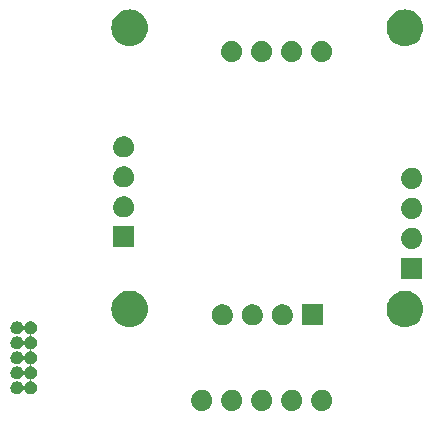
<source format=gbr>
%TF.GenerationSoftware,KiCad,Pcbnew,7.0.11*%
%TF.CreationDate,2024-10-30T13:42:53+11:00*%
%TF.ProjectId,iaq_device,6961715f-6465-4766-9963-652e6b696361,rev?*%
%TF.SameCoordinates,Original*%
%TF.FileFunction,Soldermask,Bot*%
%TF.FilePolarity,Negative*%
%FSLAX46Y46*%
G04 Gerber Fmt 4.6, Leading zero omitted, Abs format (unit mm)*
G04 Created by KiCad (PCBNEW 7.0.11) date 2024-10-30 13:42:53*
%MOMM*%
%LPD*%
G01*
G04 APERTURE LIST*
G04 APERTURE END LIST*
G36*
X157271212Y-109212936D02*
G01*
X157320180Y-109212936D01*
X157362462Y-109221923D01*
X157401680Y-109225786D01*
X157450946Y-109240731D01*
X157504424Y-109252098D01*
X157538647Y-109267335D01*
X157570613Y-109277032D01*
X157621409Y-109304183D01*
X157676500Y-109328711D01*
X157702112Y-109347319D01*
X157726298Y-109360247D01*
X157775635Y-109400737D01*
X157828887Y-109439427D01*
X157846177Y-109458630D01*
X157862760Y-109472239D01*
X157907322Y-109526538D01*
X157954924Y-109579405D01*
X157964924Y-109596725D01*
X157974752Y-109608701D01*
X158011109Y-109676721D01*
X158049104Y-109742530D01*
X158053474Y-109755981D01*
X158057967Y-109764386D01*
X158082740Y-109846051D01*
X158107311Y-109921672D01*
X158108175Y-109929899D01*
X158109213Y-109933319D01*
X158119307Y-110035815D01*
X158127000Y-110109000D01*
X158119307Y-110182190D01*
X158109213Y-110284680D01*
X158108175Y-110288098D01*
X158107311Y-110296328D01*
X158082735Y-110371962D01*
X158057967Y-110453613D01*
X158053475Y-110462016D01*
X158049104Y-110475470D01*
X158011102Y-110541290D01*
X157974752Y-110609298D01*
X157964926Y-110621270D01*
X157954924Y-110638595D01*
X157907312Y-110691472D01*
X157862760Y-110745760D01*
X157846181Y-110759366D01*
X157828887Y-110778573D01*
X157775624Y-110817270D01*
X157726298Y-110857752D01*
X157702117Y-110870676D01*
X157676500Y-110889289D01*
X157621398Y-110913821D01*
X157570613Y-110940967D01*
X157538654Y-110950661D01*
X157504424Y-110965902D01*
X157450935Y-110977271D01*
X157401680Y-110992213D01*
X157362471Y-110996074D01*
X157320180Y-111005064D01*
X157271202Y-111005064D01*
X157226000Y-111009516D01*
X157180798Y-111005064D01*
X157131820Y-111005064D01*
X157089529Y-110996074D01*
X157050319Y-110992213D01*
X157001060Y-110977270D01*
X156947576Y-110965902D01*
X156913347Y-110950662D01*
X156881386Y-110940967D01*
X156830595Y-110913819D01*
X156775500Y-110889289D01*
X156749885Y-110870678D01*
X156725701Y-110857752D01*
X156676366Y-110817264D01*
X156623113Y-110778573D01*
X156605821Y-110759369D01*
X156589239Y-110745760D01*
X156544675Y-110691459D01*
X156497076Y-110638595D01*
X156487076Y-110621275D01*
X156477247Y-110609298D01*
X156440884Y-110541267D01*
X156402896Y-110475470D01*
X156398526Y-110462020D01*
X156394032Y-110453613D01*
X156369249Y-110371916D01*
X156344689Y-110296328D01*
X156343824Y-110288103D01*
X156342786Y-110284680D01*
X156332676Y-110182039D01*
X156325000Y-110109000D01*
X156332676Y-110035966D01*
X156342786Y-109933319D01*
X156343824Y-109929894D01*
X156344689Y-109921672D01*
X156369244Y-109846098D01*
X156394032Y-109764386D01*
X156398526Y-109755976D01*
X156402896Y-109742530D01*
X156440876Y-109676744D01*
X156477247Y-109608701D01*
X156487078Y-109596721D01*
X156497076Y-109579405D01*
X156544666Y-109526550D01*
X156589239Y-109472239D01*
X156605825Y-109458626D01*
X156623113Y-109439427D01*
X156676356Y-109400743D01*
X156725701Y-109360247D01*
X156749890Y-109347317D01*
X156775500Y-109328711D01*
X156830584Y-109304185D01*
X156881386Y-109277032D01*
X156913354Y-109267334D01*
X156947576Y-109252098D01*
X157001049Y-109240731D01*
X157050319Y-109225786D01*
X157089537Y-109221923D01*
X157131820Y-109212936D01*
X157180788Y-109212936D01*
X157226000Y-109208483D01*
X157271212Y-109212936D01*
G37*
G36*
X159811212Y-109212936D02*
G01*
X159860180Y-109212936D01*
X159902462Y-109221923D01*
X159941680Y-109225786D01*
X159990946Y-109240731D01*
X160044424Y-109252098D01*
X160078647Y-109267335D01*
X160110613Y-109277032D01*
X160161409Y-109304183D01*
X160216500Y-109328711D01*
X160242112Y-109347319D01*
X160266298Y-109360247D01*
X160315635Y-109400737D01*
X160368887Y-109439427D01*
X160386177Y-109458630D01*
X160402760Y-109472239D01*
X160447322Y-109526538D01*
X160494924Y-109579405D01*
X160504924Y-109596725D01*
X160514752Y-109608701D01*
X160551109Y-109676721D01*
X160589104Y-109742530D01*
X160593474Y-109755981D01*
X160597967Y-109764386D01*
X160622740Y-109846051D01*
X160647311Y-109921672D01*
X160648175Y-109929899D01*
X160649213Y-109933319D01*
X160659307Y-110035815D01*
X160667000Y-110109000D01*
X160659307Y-110182190D01*
X160649213Y-110284680D01*
X160648175Y-110288098D01*
X160647311Y-110296328D01*
X160622735Y-110371962D01*
X160597967Y-110453613D01*
X160593475Y-110462016D01*
X160589104Y-110475470D01*
X160551102Y-110541290D01*
X160514752Y-110609298D01*
X160504926Y-110621270D01*
X160494924Y-110638595D01*
X160447312Y-110691472D01*
X160402760Y-110745760D01*
X160386181Y-110759366D01*
X160368887Y-110778573D01*
X160315624Y-110817270D01*
X160266298Y-110857752D01*
X160242117Y-110870676D01*
X160216500Y-110889289D01*
X160161398Y-110913821D01*
X160110613Y-110940967D01*
X160078654Y-110950661D01*
X160044424Y-110965902D01*
X159990935Y-110977271D01*
X159941680Y-110992213D01*
X159902471Y-110996074D01*
X159860180Y-111005064D01*
X159811202Y-111005064D01*
X159766000Y-111009516D01*
X159720798Y-111005064D01*
X159671820Y-111005064D01*
X159629529Y-110996074D01*
X159590319Y-110992213D01*
X159541060Y-110977270D01*
X159487576Y-110965902D01*
X159453347Y-110950662D01*
X159421386Y-110940967D01*
X159370595Y-110913819D01*
X159315500Y-110889289D01*
X159289885Y-110870678D01*
X159265701Y-110857752D01*
X159216366Y-110817264D01*
X159163113Y-110778573D01*
X159145821Y-110759369D01*
X159129239Y-110745760D01*
X159084675Y-110691459D01*
X159037076Y-110638595D01*
X159027076Y-110621275D01*
X159017247Y-110609298D01*
X158980884Y-110541267D01*
X158942896Y-110475470D01*
X158938526Y-110462020D01*
X158934032Y-110453613D01*
X158909249Y-110371916D01*
X158884689Y-110296328D01*
X158883824Y-110288103D01*
X158882786Y-110284680D01*
X158872676Y-110182039D01*
X158865000Y-110109000D01*
X158872676Y-110035966D01*
X158882786Y-109933319D01*
X158883824Y-109929894D01*
X158884689Y-109921672D01*
X158909244Y-109846098D01*
X158934032Y-109764386D01*
X158938526Y-109755976D01*
X158942896Y-109742530D01*
X158980876Y-109676744D01*
X159017247Y-109608701D01*
X159027078Y-109596721D01*
X159037076Y-109579405D01*
X159084666Y-109526550D01*
X159129239Y-109472239D01*
X159145825Y-109458626D01*
X159163113Y-109439427D01*
X159216356Y-109400743D01*
X159265701Y-109360247D01*
X159289890Y-109347317D01*
X159315500Y-109328711D01*
X159370584Y-109304185D01*
X159421386Y-109277032D01*
X159453354Y-109267334D01*
X159487576Y-109252098D01*
X159541049Y-109240731D01*
X159590319Y-109225786D01*
X159629537Y-109221923D01*
X159671820Y-109212936D01*
X159720788Y-109212936D01*
X159766000Y-109208483D01*
X159811212Y-109212936D01*
G37*
G36*
X162351212Y-109212936D02*
G01*
X162400180Y-109212936D01*
X162442462Y-109221923D01*
X162481680Y-109225786D01*
X162530946Y-109240731D01*
X162584424Y-109252098D01*
X162618647Y-109267335D01*
X162650613Y-109277032D01*
X162701409Y-109304183D01*
X162756500Y-109328711D01*
X162782112Y-109347319D01*
X162806298Y-109360247D01*
X162855635Y-109400737D01*
X162908887Y-109439427D01*
X162926177Y-109458630D01*
X162942760Y-109472239D01*
X162987322Y-109526538D01*
X163034924Y-109579405D01*
X163044924Y-109596725D01*
X163054752Y-109608701D01*
X163091109Y-109676721D01*
X163129104Y-109742530D01*
X163133474Y-109755981D01*
X163137967Y-109764386D01*
X163162740Y-109846051D01*
X163187311Y-109921672D01*
X163188175Y-109929899D01*
X163189213Y-109933319D01*
X163199307Y-110035815D01*
X163207000Y-110109000D01*
X163199307Y-110182190D01*
X163189213Y-110284680D01*
X163188175Y-110288098D01*
X163187311Y-110296328D01*
X163162735Y-110371962D01*
X163137967Y-110453613D01*
X163133475Y-110462016D01*
X163129104Y-110475470D01*
X163091102Y-110541290D01*
X163054752Y-110609298D01*
X163044926Y-110621270D01*
X163034924Y-110638595D01*
X162987312Y-110691472D01*
X162942760Y-110745760D01*
X162926181Y-110759366D01*
X162908887Y-110778573D01*
X162855624Y-110817270D01*
X162806298Y-110857752D01*
X162782117Y-110870676D01*
X162756500Y-110889289D01*
X162701398Y-110913821D01*
X162650613Y-110940967D01*
X162618654Y-110950661D01*
X162584424Y-110965902D01*
X162530935Y-110977271D01*
X162481680Y-110992213D01*
X162442471Y-110996074D01*
X162400180Y-111005064D01*
X162351202Y-111005064D01*
X162306000Y-111009516D01*
X162260798Y-111005064D01*
X162211820Y-111005064D01*
X162169529Y-110996074D01*
X162130319Y-110992213D01*
X162081060Y-110977270D01*
X162027576Y-110965902D01*
X161993347Y-110950662D01*
X161961386Y-110940967D01*
X161910595Y-110913819D01*
X161855500Y-110889289D01*
X161829885Y-110870678D01*
X161805701Y-110857752D01*
X161756366Y-110817264D01*
X161703113Y-110778573D01*
X161685821Y-110759369D01*
X161669239Y-110745760D01*
X161624675Y-110691459D01*
X161577076Y-110638595D01*
X161567076Y-110621275D01*
X161557247Y-110609298D01*
X161520884Y-110541267D01*
X161482896Y-110475470D01*
X161478526Y-110462020D01*
X161474032Y-110453613D01*
X161449249Y-110371916D01*
X161424689Y-110296328D01*
X161423824Y-110288103D01*
X161422786Y-110284680D01*
X161412676Y-110182039D01*
X161405000Y-110109000D01*
X161412676Y-110035966D01*
X161422786Y-109933319D01*
X161423824Y-109929894D01*
X161424689Y-109921672D01*
X161449244Y-109846098D01*
X161474032Y-109764386D01*
X161478526Y-109755976D01*
X161482896Y-109742530D01*
X161520876Y-109676744D01*
X161557247Y-109608701D01*
X161567078Y-109596721D01*
X161577076Y-109579405D01*
X161624666Y-109526550D01*
X161669239Y-109472239D01*
X161685825Y-109458626D01*
X161703113Y-109439427D01*
X161756356Y-109400743D01*
X161805701Y-109360247D01*
X161829890Y-109347317D01*
X161855500Y-109328711D01*
X161910584Y-109304185D01*
X161961386Y-109277032D01*
X161993354Y-109267334D01*
X162027576Y-109252098D01*
X162081049Y-109240731D01*
X162130319Y-109225786D01*
X162169537Y-109221923D01*
X162211820Y-109212936D01*
X162260788Y-109212936D01*
X162306000Y-109208483D01*
X162351212Y-109212936D01*
G37*
G36*
X164891212Y-109212936D02*
G01*
X164940180Y-109212936D01*
X164982462Y-109221923D01*
X165021680Y-109225786D01*
X165070946Y-109240731D01*
X165124424Y-109252098D01*
X165158647Y-109267335D01*
X165190613Y-109277032D01*
X165241409Y-109304183D01*
X165296500Y-109328711D01*
X165322112Y-109347319D01*
X165346298Y-109360247D01*
X165395635Y-109400737D01*
X165448887Y-109439427D01*
X165466177Y-109458630D01*
X165482760Y-109472239D01*
X165527322Y-109526538D01*
X165574924Y-109579405D01*
X165584924Y-109596725D01*
X165594752Y-109608701D01*
X165631109Y-109676721D01*
X165669104Y-109742530D01*
X165673474Y-109755981D01*
X165677967Y-109764386D01*
X165702740Y-109846051D01*
X165727311Y-109921672D01*
X165728175Y-109929899D01*
X165729213Y-109933319D01*
X165739307Y-110035815D01*
X165747000Y-110109000D01*
X165739307Y-110182190D01*
X165729213Y-110284680D01*
X165728175Y-110288098D01*
X165727311Y-110296328D01*
X165702735Y-110371962D01*
X165677967Y-110453613D01*
X165673475Y-110462016D01*
X165669104Y-110475470D01*
X165631102Y-110541290D01*
X165594752Y-110609298D01*
X165584926Y-110621270D01*
X165574924Y-110638595D01*
X165527312Y-110691472D01*
X165482760Y-110745760D01*
X165466181Y-110759366D01*
X165448887Y-110778573D01*
X165395624Y-110817270D01*
X165346298Y-110857752D01*
X165322117Y-110870676D01*
X165296500Y-110889289D01*
X165241398Y-110913821D01*
X165190613Y-110940967D01*
X165158654Y-110950661D01*
X165124424Y-110965902D01*
X165070935Y-110977271D01*
X165021680Y-110992213D01*
X164982471Y-110996074D01*
X164940180Y-111005064D01*
X164891202Y-111005064D01*
X164846000Y-111009516D01*
X164800798Y-111005064D01*
X164751820Y-111005064D01*
X164709529Y-110996074D01*
X164670319Y-110992213D01*
X164621060Y-110977270D01*
X164567576Y-110965902D01*
X164533347Y-110950662D01*
X164501386Y-110940967D01*
X164450595Y-110913819D01*
X164395500Y-110889289D01*
X164369885Y-110870678D01*
X164345701Y-110857752D01*
X164296366Y-110817264D01*
X164243113Y-110778573D01*
X164225821Y-110759369D01*
X164209239Y-110745760D01*
X164164675Y-110691459D01*
X164117076Y-110638595D01*
X164107076Y-110621275D01*
X164097247Y-110609298D01*
X164060884Y-110541267D01*
X164022896Y-110475470D01*
X164018526Y-110462020D01*
X164014032Y-110453613D01*
X163989249Y-110371916D01*
X163964689Y-110296328D01*
X163963824Y-110288103D01*
X163962786Y-110284680D01*
X163952676Y-110182039D01*
X163945000Y-110109000D01*
X163952676Y-110035966D01*
X163962786Y-109933319D01*
X163963824Y-109929894D01*
X163964689Y-109921672D01*
X163989244Y-109846098D01*
X164014032Y-109764386D01*
X164018526Y-109755976D01*
X164022896Y-109742530D01*
X164060876Y-109676744D01*
X164097247Y-109608701D01*
X164107078Y-109596721D01*
X164117076Y-109579405D01*
X164164666Y-109526550D01*
X164209239Y-109472239D01*
X164225825Y-109458626D01*
X164243113Y-109439427D01*
X164296356Y-109400743D01*
X164345701Y-109360247D01*
X164369890Y-109347317D01*
X164395500Y-109328711D01*
X164450584Y-109304185D01*
X164501386Y-109277032D01*
X164533354Y-109267334D01*
X164567576Y-109252098D01*
X164621049Y-109240731D01*
X164670319Y-109225786D01*
X164709537Y-109221923D01*
X164751820Y-109212936D01*
X164800788Y-109212936D01*
X164846000Y-109208483D01*
X164891212Y-109212936D01*
G37*
G36*
X167431212Y-109212936D02*
G01*
X167480180Y-109212936D01*
X167522462Y-109221923D01*
X167561680Y-109225786D01*
X167610946Y-109240731D01*
X167664424Y-109252098D01*
X167698647Y-109267335D01*
X167730613Y-109277032D01*
X167781409Y-109304183D01*
X167836500Y-109328711D01*
X167862112Y-109347319D01*
X167886298Y-109360247D01*
X167935635Y-109400737D01*
X167988887Y-109439427D01*
X168006177Y-109458630D01*
X168022760Y-109472239D01*
X168067322Y-109526538D01*
X168114924Y-109579405D01*
X168124924Y-109596725D01*
X168134752Y-109608701D01*
X168171109Y-109676721D01*
X168209104Y-109742530D01*
X168213474Y-109755981D01*
X168217967Y-109764386D01*
X168242740Y-109846051D01*
X168267311Y-109921672D01*
X168268175Y-109929899D01*
X168269213Y-109933319D01*
X168279307Y-110035815D01*
X168287000Y-110109000D01*
X168279307Y-110182190D01*
X168269213Y-110284680D01*
X168268175Y-110288098D01*
X168267311Y-110296328D01*
X168242735Y-110371962D01*
X168217967Y-110453613D01*
X168213475Y-110462016D01*
X168209104Y-110475470D01*
X168171102Y-110541290D01*
X168134752Y-110609298D01*
X168124926Y-110621270D01*
X168114924Y-110638595D01*
X168067312Y-110691472D01*
X168022760Y-110745760D01*
X168006181Y-110759366D01*
X167988887Y-110778573D01*
X167935624Y-110817270D01*
X167886298Y-110857752D01*
X167862117Y-110870676D01*
X167836500Y-110889289D01*
X167781398Y-110913821D01*
X167730613Y-110940967D01*
X167698654Y-110950661D01*
X167664424Y-110965902D01*
X167610935Y-110977271D01*
X167561680Y-110992213D01*
X167522471Y-110996074D01*
X167480180Y-111005064D01*
X167431202Y-111005064D01*
X167386000Y-111009516D01*
X167340798Y-111005064D01*
X167291820Y-111005064D01*
X167249529Y-110996074D01*
X167210319Y-110992213D01*
X167161060Y-110977270D01*
X167107576Y-110965902D01*
X167073347Y-110950662D01*
X167041386Y-110940967D01*
X166990595Y-110913819D01*
X166935500Y-110889289D01*
X166909885Y-110870678D01*
X166885701Y-110857752D01*
X166836366Y-110817264D01*
X166783113Y-110778573D01*
X166765821Y-110759369D01*
X166749239Y-110745760D01*
X166704675Y-110691459D01*
X166657076Y-110638595D01*
X166647076Y-110621275D01*
X166637247Y-110609298D01*
X166600884Y-110541267D01*
X166562896Y-110475470D01*
X166558526Y-110462020D01*
X166554032Y-110453613D01*
X166529249Y-110371916D01*
X166504689Y-110296328D01*
X166503824Y-110288103D01*
X166502786Y-110284680D01*
X166492676Y-110182039D01*
X166485000Y-110109000D01*
X166492676Y-110035966D01*
X166502786Y-109933319D01*
X166503824Y-109929894D01*
X166504689Y-109921672D01*
X166529244Y-109846098D01*
X166554032Y-109764386D01*
X166558526Y-109755976D01*
X166562896Y-109742530D01*
X166600876Y-109676744D01*
X166637247Y-109608701D01*
X166647078Y-109596721D01*
X166657076Y-109579405D01*
X166704666Y-109526550D01*
X166749239Y-109472239D01*
X166765825Y-109458626D01*
X166783113Y-109439427D01*
X166836356Y-109400743D01*
X166885701Y-109360247D01*
X166909890Y-109347317D01*
X166935500Y-109328711D01*
X166990584Y-109304185D01*
X167041386Y-109277032D01*
X167073354Y-109267334D01*
X167107576Y-109252098D01*
X167161049Y-109240731D01*
X167210319Y-109225786D01*
X167249537Y-109221923D01*
X167291820Y-109212936D01*
X167340788Y-109212936D01*
X167386000Y-109208483D01*
X167431212Y-109212936D01*
G37*
G36*
X142776057Y-103425747D02*
G01*
X142806328Y-103425747D01*
X142841039Y-103434302D01*
X142882609Y-103439775D01*
X142911061Y-103451560D01*
X142935124Y-103457491D01*
X142971610Y-103476640D01*
X143015500Y-103494820D01*
X143035523Y-103510184D01*
X143052587Y-103519140D01*
X143087473Y-103550046D01*
X143129616Y-103582384D01*
X143141593Y-103597994D01*
X143151878Y-103607105D01*
X143181367Y-103649827D01*
X143217180Y-103696500D01*
X143222578Y-103709532D01*
X143227235Y-103716279D01*
X143247437Y-103769547D01*
X143272225Y-103829391D01*
X143273337Y-103837840D01*
X143274275Y-103840313D01*
X143281540Y-103900148D01*
X143291000Y-103972000D01*
X143281539Y-104043858D01*
X143274275Y-104103686D01*
X143273337Y-104106157D01*
X143272225Y-104114609D01*
X143247432Y-104174463D01*
X143227235Y-104227720D01*
X143222579Y-104234465D01*
X143217180Y-104247500D01*
X143181360Y-104294181D01*
X143151878Y-104336894D01*
X143141596Y-104346002D01*
X143129616Y-104361616D01*
X143087464Y-104393959D01*
X143052587Y-104424859D01*
X143035527Y-104433812D01*
X143015500Y-104449180D01*
X142971601Y-104467363D01*
X142935124Y-104486508D01*
X142911067Y-104492437D01*
X142882609Y-104504225D01*
X142841033Y-104509698D01*
X142764122Y-104528655D01*
X142764122Y-104685345D01*
X142841037Y-104704301D01*
X142882609Y-104709775D01*
X142911061Y-104721560D01*
X142935124Y-104727491D01*
X142971610Y-104746640D01*
X143015500Y-104764820D01*
X143035523Y-104780184D01*
X143052587Y-104789140D01*
X143087473Y-104820046D01*
X143129616Y-104852384D01*
X143141593Y-104867994D01*
X143151878Y-104877105D01*
X143181367Y-104919827D01*
X143217180Y-104966500D01*
X143222578Y-104979532D01*
X143227235Y-104986279D01*
X143247437Y-105039547D01*
X143272225Y-105099391D01*
X143273337Y-105107840D01*
X143274275Y-105110313D01*
X143281540Y-105170148D01*
X143291000Y-105242000D01*
X143281539Y-105313858D01*
X143274275Y-105373686D01*
X143273337Y-105376157D01*
X143272225Y-105384609D01*
X143247432Y-105444463D01*
X143227235Y-105497720D01*
X143222579Y-105504465D01*
X143217180Y-105517500D01*
X143181360Y-105564181D01*
X143151878Y-105606894D01*
X143141596Y-105616002D01*
X143129616Y-105631616D01*
X143087464Y-105663959D01*
X143052587Y-105694859D01*
X143035527Y-105703812D01*
X143015500Y-105719180D01*
X142971601Y-105737363D01*
X142935124Y-105756508D01*
X142911067Y-105762437D01*
X142882609Y-105774225D01*
X142841033Y-105779698D01*
X142764122Y-105798655D01*
X142764122Y-105955345D01*
X142841037Y-105974301D01*
X142882609Y-105979775D01*
X142911061Y-105991560D01*
X142935124Y-105997491D01*
X142971610Y-106016640D01*
X143015500Y-106034820D01*
X143035523Y-106050184D01*
X143052587Y-106059140D01*
X143087473Y-106090046D01*
X143129616Y-106122384D01*
X143141593Y-106137994D01*
X143151878Y-106147105D01*
X143181367Y-106189827D01*
X143217180Y-106236500D01*
X143222578Y-106249532D01*
X143227235Y-106256279D01*
X143247437Y-106309547D01*
X143272225Y-106369391D01*
X143273337Y-106377840D01*
X143274275Y-106380313D01*
X143281540Y-106440148D01*
X143291000Y-106512000D01*
X143281539Y-106583858D01*
X143274275Y-106643686D01*
X143273337Y-106646157D01*
X143272225Y-106654609D01*
X143247432Y-106714463D01*
X143227235Y-106767720D01*
X143222579Y-106774465D01*
X143217180Y-106787500D01*
X143181360Y-106834181D01*
X143151878Y-106876894D01*
X143141596Y-106886002D01*
X143129616Y-106901616D01*
X143087464Y-106933959D01*
X143052587Y-106964859D01*
X143035527Y-106973812D01*
X143015500Y-106989180D01*
X142971601Y-107007363D01*
X142935124Y-107026508D01*
X142911067Y-107032437D01*
X142882609Y-107044225D01*
X142841033Y-107049698D01*
X142764122Y-107068655D01*
X142764122Y-107225345D01*
X142841037Y-107244301D01*
X142882609Y-107249775D01*
X142911061Y-107261560D01*
X142935124Y-107267491D01*
X142971610Y-107286640D01*
X143015500Y-107304820D01*
X143035523Y-107320184D01*
X143052587Y-107329140D01*
X143087473Y-107360046D01*
X143129616Y-107392384D01*
X143141593Y-107407994D01*
X143151878Y-107417105D01*
X143181367Y-107459827D01*
X143217180Y-107506500D01*
X143222578Y-107519532D01*
X143227235Y-107526279D01*
X143247437Y-107579547D01*
X143272225Y-107639391D01*
X143273337Y-107647840D01*
X143274275Y-107650313D01*
X143281540Y-107710148D01*
X143291000Y-107782000D01*
X143281539Y-107853858D01*
X143274275Y-107913686D01*
X143273337Y-107916157D01*
X143272225Y-107924609D01*
X143247432Y-107984463D01*
X143227235Y-108037720D01*
X143222579Y-108044465D01*
X143217180Y-108057500D01*
X143181360Y-108104181D01*
X143151878Y-108146894D01*
X143141596Y-108156002D01*
X143129616Y-108171616D01*
X143087464Y-108203959D01*
X143052587Y-108234859D01*
X143035527Y-108243812D01*
X143015500Y-108259180D01*
X142971601Y-108277363D01*
X142935124Y-108296508D01*
X142911067Y-108302437D01*
X142882609Y-108314225D01*
X142841033Y-108319698D01*
X142764122Y-108338655D01*
X142764122Y-108495345D01*
X142841037Y-108514301D01*
X142882609Y-108519775D01*
X142911061Y-108531560D01*
X142935124Y-108537491D01*
X142971610Y-108556640D01*
X143015500Y-108574820D01*
X143035523Y-108590184D01*
X143052587Y-108599140D01*
X143087473Y-108630046D01*
X143129616Y-108662384D01*
X143141593Y-108677994D01*
X143151878Y-108687105D01*
X143181367Y-108729827D01*
X143217180Y-108776500D01*
X143222578Y-108789532D01*
X143227235Y-108796279D01*
X143247437Y-108849547D01*
X143272225Y-108909391D01*
X143273337Y-108917840D01*
X143274275Y-108920313D01*
X143281540Y-108980148D01*
X143291000Y-109052000D01*
X143281539Y-109123858D01*
X143274275Y-109183686D01*
X143273337Y-109186157D01*
X143272225Y-109194609D01*
X143247432Y-109254463D01*
X143227235Y-109307720D01*
X143222579Y-109314465D01*
X143217180Y-109327500D01*
X143181360Y-109374181D01*
X143151878Y-109416894D01*
X143141596Y-109426002D01*
X143129616Y-109441616D01*
X143087464Y-109473959D01*
X143052587Y-109504859D01*
X143035527Y-109513812D01*
X143015500Y-109529180D01*
X142971601Y-109547363D01*
X142935124Y-109566508D01*
X142911066Y-109572437D01*
X142882609Y-109584225D01*
X142841036Y-109589698D01*
X142806328Y-109598253D01*
X142776057Y-109598253D01*
X142740000Y-109603000D01*
X142703943Y-109598253D01*
X142673672Y-109598253D01*
X142638962Y-109589698D01*
X142597391Y-109584225D01*
X142568934Y-109572438D01*
X142544875Y-109566508D01*
X142508394Y-109547361D01*
X142464500Y-109529180D01*
X142444474Y-109513814D01*
X142427412Y-109504859D01*
X142392527Y-109473953D01*
X142350384Y-109441616D01*
X142338405Y-109426005D01*
X142328121Y-109416894D01*
X142298628Y-109374166D01*
X142262820Y-109327500D01*
X142257422Y-109314469D01*
X142252763Y-109307719D01*
X142232560Y-109254446D01*
X142228699Y-109245124D01*
X142091301Y-109245124D01*
X142087437Y-109254450D01*
X142067236Y-109307719D01*
X142062578Y-109314466D01*
X142057180Y-109327500D01*
X142021361Y-109374179D01*
X141991878Y-109416894D01*
X141981596Y-109426002D01*
X141969616Y-109441616D01*
X141927464Y-109473959D01*
X141892587Y-109504859D01*
X141875527Y-109513812D01*
X141855500Y-109529180D01*
X141811601Y-109547363D01*
X141775124Y-109566508D01*
X141751066Y-109572437D01*
X141722609Y-109584225D01*
X141681036Y-109589698D01*
X141646328Y-109598253D01*
X141616057Y-109598253D01*
X141580000Y-109603000D01*
X141543943Y-109598253D01*
X141513672Y-109598253D01*
X141478962Y-109589698D01*
X141437391Y-109584225D01*
X141408934Y-109572438D01*
X141384875Y-109566508D01*
X141348394Y-109547361D01*
X141304500Y-109529180D01*
X141284474Y-109513814D01*
X141267412Y-109504859D01*
X141232527Y-109473953D01*
X141190384Y-109441616D01*
X141178405Y-109426005D01*
X141168121Y-109416894D01*
X141138629Y-109374168D01*
X141102820Y-109327500D01*
X141097422Y-109314468D01*
X141092764Y-109307720D01*
X141072555Y-109254434D01*
X141047775Y-109194609D01*
X141046662Y-109186161D01*
X141045724Y-109183686D01*
X141038447Y-109123760D01*
X141029000Y-109052000D01*
X141038446Y-108980246D01*
X141045724Y-108920313D01*
X141046663Y-108917836D01*
X141047775Y-108909391D01*
X141072551Y-108849576D01*
X141092764Y-108796279D01*
X141097423Y-108789528D01*
X141102820Y-108776500D01*
X141138622Y-108729840D01*
X141168121Y-108687105D01*
X141178408Y-108677991D01*
X141190384Y-108662384D01*
X141232519Y-108630052D01*
X141267412Y-108599140D01*
X141284479Y-108590182D01*
X141304500Y-108574820D01*
X141348385Y-108556642D01*
X141384875Y-108537491D01*
X141408940Y-108531559D01*
X141437391Y-108519775D01*
X141478955Y-108514302D01*
X141555873Y-108495345D01*
X141604122Y-108495345D01*
X141681037Y-108514301D01*
X141722609Y-108519775D01*
X141751061Y-108531560D01*
X141775124Y-108537491D01*
X141811610Y-108556640D01*
X141855500Y-108574820D01*
X141875523Y-108590184D01*
X141892587Y-108599140D01*
X141927473Y-108630046D01*
X141969616Y-108662384D01*
X141981593Y-108677994D01*
X141991878Y-108687105D01*
X142021369Y-108729830D01*
X142057180Y-108776500D01*
X142062577Y-108789530D01*
X142067237Y-108796281D01*
X142087463Y-108849611D01*
X142091301Y-108858875D01*
X142228699Y-108858875D01*
X142232534Y-108849615D01*
X142252762Y-108796281D01*
X142257424Y-108789526D01*
X142262820Y-108776500D01*
X142298620Y-108729843D01*
X142328121Y-108687105D01*
X142338408Y-108677991D01*
X142350384Y-108662384D01*
X142392519Y-108630052D01*
X142427412Y-108599140D01*
X142444479Y-108590182D01*
X142464500Y-108574820D01*
X142508385Y-108556642D01*
X142544875Y-108537491D01*
X142568940Y-108531559D01*
X142597391Y-108519775D01*
X142638955Y-108514302D01*
X142715877Y-108495344D01*
X142715877Y-108338656D01*
X142638959Y-108319697D01*
X142597391Y-108314225D01*
X142568935Y-108302438D01*
X142544875Y-108296508D01*
X142508394Y-108277361D01*
X142464500Y-108259180D01*
X142444474Y-108243814D01*
X142427412Y-108234859D01*
X142392527Y-108203953D01*
X142350384Y-108171616D01*
X142338405Y-108156005D01*
X142328121Y-108146894D01*
X142298628Y-108104166D01*
X142262820Y-108057500D01*
X142257422Y-108044469D01*
X142252763Y-108037719D01*
X142232560Y-107984446D01*
X142228699Y-107975124D01*
X142091301Y-107975124D01*
X142087437Y-107984450D01*
X142067236Y-108037719D01*
X142062578Y-108044466D01*
X142057180Y-108057500D01*
X142021361Y-108104179D01*
X141991878Y-108146894D01*
X141981596Y-108156002D01*
X141969616Y-108171616D01*
X141927464Y-108203959D01*
X141892587Y-108234859D01*
X141875527Y-108243812D01*
X141855500Y-108259180D01*
X141811601Y-108277363D01*
X141775124Y-108296508D01*
X141751067Y-108302437D01*
X141722609Y-108314225D01*
X141681033Y-108319698D01*
X141604122Y-108338655D01*
X141604122Y-108495345D01*
X141555873Y-108495345D01*
X141555877Y-108495344D01*
X141555877Y-108338656D01*
X141478959Y-108319697D01*
X141437391Y-108314225D01*
X141408935Y-108302438D01*
X141384875Y-108296508D01*
X141348394Y-108277361D01*
X141304500Y-108259180D01*
X141284474Y-108243814D01*
X141267412Y-108234859D01*
X141232527Y-108203953D01*
X141190384Y-108171616D01*
X141178405Y-108156005D01*
X141168121Y-108146894D01*
X141138629Y-108104168D01*
X141102820Y-108057500D01*
X141097422Y-108044468D01*
X141092764Y-108037720D01*
X141072555Y-107984434D01*
X141047775Y-107924609D01*
X141046662Y-107916161D01*
X141045724Y-107913686D01*
X141038447Y-107853760D01*
X141029000Y-107782000D01*
X141038446Y-107710246D01*
X141045724Y-107650313D01*
X141046663Y-107647836D01*
X141047775Y-107639391D01*
X141072551Y-107579576D01*
X141092764Y-107526279D01*
X141097423Y-107519528D01*
X141102820Y-107506500D01*
X141138622Y-107459840D01*
X141168121Y-107417105D01*
X141178408Y-107407991D01*
X141190384Y-107392384D01*
X141232519Y-107360052D01*
X141267412Y-107329140D01*
X141284479Y-107320182D01*
X141304500Y-107304820D01*
X141348385Y-107286642D01*
X141384875Y-107267491D01*
X141408940Y-107261559D01*
X141437391Y-107249775D01*
X141478955Y-107244302D01*
X141555873Y-107225345D01*
X141604122Y-107225345D01*
X141681037Y-107244301D01*
X141722609Y-107249775D01*
X141751061Y-107261560D01*
X141775124Y-107267491D01*
X141811610Y-107286640D01*
X141855500Y-107304820D01*
X141875523Y-107320184D01*
X141892587Y-107329140D01*
X141927473Y-107360046D01*
X141969616Y-107392384D01*
X141981593Y-107407994D01*
X141991878Y-107417105D01*
X142021369Y-107459830D01*
X142057180Y-107506500D01*
X142062577Y-107519530D01*
X142067237Y-107526281D01*
X142087463Y-107579611D01*
X142091301Y-107588875D01*
X142228699Y-107588875D01*
X142232534Y-107579615D01*
X142252762Y-107526281D01*
X142257424Y-107519526D01*
X142262820Y-107506500D01*
X142298620Y-107459843D01*
X142328121Y-107417105D01*
X142338408Y-107407991D01*
X142350384Y-107392384D01*
X142392519Y-107360052D01*
X142427412Y-107329140D01*
X142444479Y-107320182D01*
X142464500Y-107304820D01*
X142508385Y-107286642D01*
X142544875Y-107267491D01*
X142568940Y-107261559D01*
X142597391Y-107249775D01*
X142638955Y-107244302D01*
X142715877Y-107225344D01*
X142715877Y-107068656D01*
X142638959Y-107049697D01*
X142597391Y-107044225D01*
X142568935Y-107032438D01*
X142544875Y-107026508D01*
X142508394Y-107007361D01*
X142464500Y-106989180D01*
X142444474Y-106973814D01*
X142427412Y-106964859D01*
X142392527Y-106933953D01*
X142350384Y-106901616D01*
X142338405Y-106886005D01*
X142328121Y-106876894D01*
X142298628Y-106834166D01*
X142262820Y-106787500D01*
X142257422Y-106774469D01*
X142252763Y-106767719D01*
X142232560Y-106714446D01*
X142228699Y-106705124D01*
X142091301Y-106705124D01*
X142087437Y-106714450D01*
X142067236Y-106767719D01*
X142062578Y-106774466D01*
X142057180Y-106787500D01*
X142021361Y-106834179D01*
X141991878Y-106876894D01*
X141981596Y-106886002D01*
X141969616Y-106901616D01*
X141927464Y-106933959D01*
X141892587Y-106964859D01*
X141875527Y-106973812D01*
X141855500Y-106989180D01*
X141811601Y-107007363D01*
X141775124Y-107026508D01*
X141751067Y-107032437D01*
X141722609Y-107044225D01*
X141681033Y-107049698D01*
X141604122Y-107068655D01*
X141604122Y-107225345D01*
X141555873Y-107225345D01*
X141555877Y-107225344D01*
X141555877Y-107068656D01*
X141478959Y-107049697D01*
X141437391Y-107044225D01*
X141408935Y-107032438D01*
X141384875Y-107026508D01*
X141348394Y-107007361D01*
X141304500Y-106989180D01*
X141284474Y-106973814D01*
X141267412Y-106964859D01*
X141232527Y-106933953D01*
X141190384Y-106901616D01*
X141178405Y-106886005D01*
X141168121Y-106876894D01*
X141138629Y-106834168D01*
X141102820Y-106787500D01*
X141097422Y-106774468D01*
X141092764Y-106767720D01*
X141072555Y-106714434D01*
X141047775Y-106654609D01*
X141046662Y-106646161D01*
X141045724Y-106643686D01*
X141038447Y-106583760D01*
X141029000Y-106512000D01*
X141038446Y-106440246D01*
X141045724Y-106380313D01*
X141046663Y-106377836D01*
X141047775Y-106369391D01*
X141072551Y-106309576D01*
X141092764Y-106256279D01*
X141097423Y-106249528D01*
X141102820Y-106236500D01*
X141138622Y-106189840D01*
X141168121Y-106147105D01*
X141178408Y-106137991D01*
X141190384Y-106122384D01*
X141232519Y-106090052D01*
X141267412Y-106059140D01*
X141284479Y-106050182D01*
X141304500Y-106034820D01*
X141348385Y-106016642D01*
X141384875Y-105997491D01*
X141408940Y-105991559D01*
X141437391Y-105979775D01*
X141478955Y-105974302D01*
X141555873Y-105955345D01*
X141604122Y-105955345D01*
X141681037Y-105974301D01*
X141722609Y-105979775D01*
X141751061Y-105991560D01*
X141775124Y-105997491D01*
X141811610Y-106016640D01*
X141855500Y-106034820D01*
X141875523Y-106050184D01*
X141892587Y-106059140D01*
X141927473Y-106090046D01*
X141969616Y-106122384D01*
X141981593Y-106137994D01*
X141991878Y-106147105D01*
X142021369Y-106189830D01*
X142057180Y-106236500D01*
X142062577Y-106249530D01*
X142067237Y-106256281D01*
X142087463Y-106309611D01*
X142091301Y-106318875D01*
X142228699Y-106318875D01*
X142232534Y-106309615D01*
X142252762Y-106256281D01*
X142257424Y-106249526D01*
X142262820Y-106236500D01*
X142298620Y-106189843D01*
X142328121Y-106147105D01*
X142338408Y-106137991D01*
X142350384Y-106122384D01*
X142392519Y-106090052D01*
X142427412Y-106059140D01*
X142444479Y-106050182D01*
X142464500Y-106034820D01*
X142508385Y-106016642D01*
X142544875Y-105997491D01*
X142568940Y-105991559D01*
X142597391Y-105979775D01*
X142638955Y-105974302D01*
X142715877Y-105955344D01*
X142715877Y-105798656D01*
X142638959Y-105779697D01*
X142597391Y-105774225D01*
X142568935Y-105762438D01*
X142544875Y-105756508D01*
X142508394Y-105737361D01*
X142464500Y-105719180D01*
X142444474Y-105703814D01*
X142427412Y-105694859D01*
X142392527Y-105663953D01*
X142350384Y-105631616D01*
X142338405Y-105616005D01*
X142328121Y-105606894D01*
X142298628Y-105564166D01*
X142262820Y-105517500D01*
X142257422Y-105504469D01*
X142252763Y-105497719D01*
X142232560Y-105444446D01*
X142228699Y-105435124D01*
X142091301Y-105435124D01*
X142087437Y-105444450D01*
X142067236Y-105497719D01*
X142062578Y-105504466D01*
X142057180Y-105517500D01*
X142021361Y-105564179D01*
X141991878Y-105606894D01*
X141981596Y-105616002D01*
X141969616Y-105631616D01*
X141927464Y-105663959D01*
X141892587Y-105694859D01*
X141875527Y-105703812D01*
X141855500Y-105719180D01*
X141811601Y-105737363D01*
X141775124Y-105756508D01*
X141751067Y-105762437D01*
X141722609Y-105774225D01*
X141681033Y-105779698D01*
X141604122Y-105798655D01*
X141604122Y-105955345D01*
X141555873Y-105955345D01*
X141555877Y-105955344D01*
X141555877Y-105798656D01*
X141478959Y-105779697D01*
X141437391Y-105774225D01*
X141408935Y-105762438D01*
X141384875Y-105756508D01*
X141348394Y-105737361D01*
X141304500Y-105719180D01*
X141284474Y-105703814D01*
X141267412Y-105694859D01*
X141232527Y-105663953D01*
X141190384Y-105631616D01*
X141178405Y-105616005D01*
X141168121Y-105606894D01*
X141138629Y-105564168D01*
X141102820Y-105517500D01*
X141097422Y-105504468D01*
X141092764Y-105497720D01*
X141072555Y-105444434D01*
X141047775Y-105384609D01*
X141046662Y-105376161D01*
X141045724Y-105373686D01*
X141038447Y-105313760D01*
X141029000Y-105242000D01*
X141038446Y-105170246D01*
X141045724Y-105110313D01*
X141046663Y-105107836D01*
X141047775Y-105099391D01*
X141072551Y-105039576D01*
X141092764Y-104986279D01*
X141097423Y-104979528D01*
X141102820Y-104966500D01*
X141138622Y-104919840D01*
X141168121Y-104877105D01*
X141178408Y-104867991D01*
X141190384Y-104852384D01*
X141232519Y-104820052D01*
X141267412Y-104789140D01*
X141284479Y-104780182D01*
X141304500Y-104764820D01*
X141348385Y-104746642D01*
X141384875Y-104727491D01*
X141408940Y-104721559D01*
X141437391Y-104709775D01*
X141478955Y-104704302D01*
X141555873Y-104685345D01*
X141604122Y-104685345D01*
X141681037Y-104704301D01*
X141722609Y-104709775D01*
X141751061Y-104721560D01*
X141775124Y-104727491D01*
X141811610Y-104746640D01*
X141855500Y-104764820D01*
X141875523Y-104780184D01*
X141892587Y-104789140D01*
X141927473Y-104820046D01*
X141969616Y-104852384D01*
X141981593Y-104867994D01*
X141991878Y-104877105D01*
X142021369Y-104919830D01*
X142057180Y-104966500D01*
X142062577Y-104979530D01*
X142067237Y-104986281D01*
X142087463Y-105039611D01*
X142091301Y-105048875D01*
X142228699Y-105048875D01*
X142232534Y-105039615D01*
X142252762Y-104986281D01*
X142257424Y-104979526D01*
X142262820Y-104966500D01*
X142298620Y-104919843D01*
X142328121Y-104877105D01*
X142338408Y-104867991D01*
X142350384Y-104852384D01*
X142392519Y-104820052D01*
X142427412Y-104789140D01*
X142444479Y-104780182D01*
X142464500Y-104764820D01*
X142508385Y-104746642D01*
X142544875Y-104727491D01*
X142568940Y-104721559D01*
X142597391Y-104709775D01*
X142638955Y-104704302D01*
X142715877Y-104685344D01*
X142715877Y-104528656D01*
X142638959Y-104509697D01*
X142597391Y-104504225D01*
X142568935Y-104492438D01*
X142544875Y-104486508D01*
X142508394Y-104467361D01*
X142464500Y-104449180D01*
X142444474Y-104433814D01*
X142427412Y-104424859D01*
X142392527Y-104393953D01*
X142350384Y-104361616D01*
X142338405Y-104346005D01*
X142328121Y-104336894D01*
X142298628Y-104294166D01*
X142262820Y-104247500D01*
X142257422Y-104234469D01*
X142252763Y-104227719D01*
X142232560Y-104174446D01*
X142228699Y-104165124D01*
X142091301Y-104165124D01*
X142087437Y-104174450D01*
X142067236Y-104227719D01*
X142062578Y-104234466D01*
X142057180Y-104247500D01*
X142021361Y-104294179D01*
X141991878Y-104336894D01*
X141981596Y-104346002D01*
X141969616Y-104361616D01*
X141927464Y-104393959D01*
X141892587Y-104424859D01*
X141875527Y-104433812D01*
X141855500Y-104449180D01*
X141811601Y-104467363D01*
X141775124Y-104486508D01*
X141751067Y-104492437D01*
X141722609Y-104504225D01*
X141681033Y-104509698D01*
X141604122Y-104528655D01*
X141604122Y-104685345D01*
X141555873Y-104685345D01*
X141555877Y-104685344D01*
X141555877Y-104528656D01*
X141478959Y-104509697D01*
X141437391Y-104504225D01*
X141408935Y-104492438D01*
X141384875Y-104486508D01*
X141348394Y-104467361D01*
X141304500Y-104449180D01*
X141284474Y-104433814D01*
X141267412Y-104424859D01*
X141232527Y-104393953D01*
X141190384Y-104361616D01*
X141178405Y-104346005D01*
X141168121Y-104336894D01*
X141138629Y-104294168D01*
X141102820Y-104247500D01*
X141097422Y-104234468D01*
X141092764Y-104227720D01*
X141072555Y-104174434D01*
X141047775Y-104114609D01*
X141046662Y-104106161D01*
X141045724Y-104103686D01*
X141038447Y-104043760D01*
X141029000Y-103972000D01*
X141038446Y-103900246D01*
X141045724Y-103840313D01*
X141046663Y-103837836D01*
X141047775Y-103829391D01*
X141072551Y-103769576D01*
X141092764Y-103716279D01*
X141097423Y-103709528D01*
X141102820Y-103696500D01*
X141138622Y-103649840D01*
X141168121Y-103607105D01*
X141178408Y-103597991D01*
X141190384Y-103582384D01*
X141232519Y-103550052D01*
X141267412Y-103519140D01*
X141284479Y-103510182D01*
X141304500Y-103494820D01*
X141348385Y-103476642D01*
X141384875Y-103457491D01*
X141408939Y-103451559D01*
X141437391Y-103439775D01*
X141478960Y-103434302D01*
X141513672Y-103425747D01*
X141543943Y-103425747D01*
X141580000Y-103421000D01*
X141616057Y-103425747D01*
X141646328Y-103425747D01*
X141681039Y-103434302D01*
X141722609Y-103439775D01*
X141751061Y-103451560D01*
X141775124Y-103457491D01*
X141811610Y-103476640D01*
X141855500Y-103494820D01*
X141875523Y-103510184D01*
X141892587Y-103519140D01*
X141927473Y-103550046D01*
X141969616Y-103582384D01*
X141981593Y-103597994D01*
X141991878Y-103607105D01*
X142021369Y-103649830D01*
X142057180Y-103696500D01*
X142062577Y-103709530D01*
X142067237Y-103716281D01*
X142087463Y-103769611D01*
X142091301Y-103778875D01*
X142228699Y-103778875D01*
X142232534Y-103769615D01*
X142252762Y-103716281D01*
X142257424Y-103709526D01*
X142262820Y-103696500D01*
X142298620Y-103649843D01*
X142328121Y-103607105D01*
X142338408Y-103597991D01*
X142350384Y-103582384D01*
X142392519Y-103550052D01*
X142427412Y-103519140D01*
X142444479Y-103510182D01*
X142464500Y-103494820D01*
X142508385Y-103476642D01*
X142544875Y-103457491D01*
X142568939Y-103451559D01*
X142597391Y-103439775D01*
X142638960Y-103434302D01*
X142673672Y-103425747D01*
X142703943Y-103425747D01*
X142740000Y-103421000D01*
X142776057Y-103425747D01*
G37*
G36*
X151372630Y-100838095D02*
G01*
X151609285Y-100894911D01*
X151834139Y-100988049D01*
X152041655Y-101115215D01*
X152226723Y-101273277D01*
X152384785Y-101458345D01*
X152511951Y-101665861D01*
X152605089Y-101890715D01*
X152661905Y-102127370D01*
X152681000Y-102370000D01*
X152661905Y-102612630D01*
X152605089Y-102849285D01*
X152511951Y-103074139D01*
X152384785Y-103281655D01*
X152226723Y-103466723D01*
X152041655Y-103624785D01*
X151834139Y-103751951D01*
X151609285Y-103845089D01*
X151372630Y-103901905D01*
X151130000Y-103921000D01*
X150887370Y-103901905D01*
X150650715Y-103845089D01*
X150425861Y-103751951D01*
X150218345Y-103624785D01*
X150033277Y-103466723D01*
X149875215Y-103281655D01*
X149748049Y-103074139D01*
X149654911Y-102849285D01*
X149598095Y-102612630D01*
X149579000Y-102370000D01*
X149598095Y-102127370D01*
X149654911Y-101890715D01*
X149748049Y-101665861D01*
X149875215Y-101458345D01*
X150033277Y-101273277D01*
X150218345Y-101115215D01*
X150425861Y-100988049D01*
X150650715Y-100894911D01*
X150887370Y-100838095D01*
X151130000Y-100819000D01*
X151372630Y-100838095D01*
G37*
G36*
X174672630Y-100838095D02*
G01*
X174909285Y-100894911D01*
X175134139Y-100988049D01*
X175341655Y-101115215D01*
X175526723Y-101273277D01*
X175684785Y-101458345D01*
X175811951Y-101665861D01*
X175905089Y-101890715D01*
X175961905Y-102127370D01*
X175981000Y-102370000D01*
X175961905Y-102612630D01*
X175905089Y-102849285D01*
X175811951Y-103074139D01*
X175684785Y-103281655D01*
X175526723Y-103466723D01*
X175341655Y-103624785D01*
X175134139Y-103751951D01*
X174909285Y-103845089D01*
X174672630Y-103901905D01*
X174430000Y-103921000D01*
X174187370Y-103901905D01*
X173950715Y-103845089D01*
X173725861Y-103751951D01*
X173518345Y-103624785D01*
X173333277Y-103466723D01*
X173175215Y-103281655D01*
X173048049Y-103074139D01*
X172954911Y-102849285D01*
X172898095Y-102612630D01*
X172879000Y-102370000D01*
X172898095Y-102127370D01*
X172954911Y-101890715D01*
X173048049Y-101665861D01*
X173175215Y-101458345D01*
X173333277Y-101273277D01*
X173518345Y-101115215D01*
X173725861Y-100988049D01*
X173950715Y-100894911D01*
X174187370Y-100838095D01*
X174430000Y-100819000D01*
X174672630Y-100838095D01*
G37*
G36*
X167459517Y-101972882D02*
G01*
X167476062Y-101983938D01*
X167487118Y-102000483D01*
X167491000Y-102020000D01*
X167491000Y-103720000D01*
X167487118Y-103739517D01*
X167476062Y-103756062D01*
X167459517Y-103767118D01*
X167440000Y-103771000D01*
X165740000Y-103771000D01*
X165720483Y-103767118D01*
X165703938Y-103756062D01*
X165692882Y-103739517D01*
X165689000Y-103720000D01*
X165689000Y-102020000D01*
X165692882Y-102000483D01*
X165703938Y-101983938D01*
X165720483Y-101972882D01*
X165740000Y-101969000D01*
X167440000Y-101969000D01*
X167459517Y-101972882D01*
G37*
G36*
X159015212Y-101973936D02*
G01*
X159064180Y-101973936D01*
X159106462Y-101982923D01*
X159145680Y-101986786D01*
X159194946Y-102001731D01*
X159248424Y-102013098D01*
X159282647Y-102028335D01*
X159314613Y-102038032D01*
X159365409Y-102065183D01*
X159420500Y-102089711D01*
X159446112Y-102108319D01*
X159470298Y-102121247D01*
X159519635Y-102161737D01*
X159572887Y-102200427D01*
X159590177Y-102219630D01*
X159606760Y-102233239D01*
X159651322Y-102287538D01*
X159698924Y-102340405D01*
X159708924Y-102357725D01*
X159718752Y-102369701D01*
X159755109Y-102437721D01*
X159793104Y-102503530D01*
X159797474Y-102516981D01*
X159801967Y-102525386D01*
X159826740Y-102607051D01*
X159851311Y-102682672D01*
X159852175Y-102690899D01*
X159853213Y-102694319D01*
X159863307Y-102796815D01*
X159871000Y-102870000D01*
X159863307Y-102943190D01*
X159853213Y-103045680D01*
X159852175Y-103049098D01*
X159851311Y-103057328D01*
X159826735Y-103132962D01*
X159801967Y-103214613D01*
X159797475Y-103223016D01*
X159793104Y-103236470D01*
X159755102Y-103302290D01*
X159718752Y-103370298D01*
X159708926Y-103382270D01*
X159698924Y-103399595D01*
X159651312Y-103452472D01*
X159606760Y-103506760D01*
X159590181Y-103520366D01*
X159572887Y-103539573D01*
X159519624Y-103578270D01*
X159470298Y-103618752D01*
X159446117Y-103631676D01*
X159420500Y-103650289D01*
X159365398Y-103674821D01*
X159314613Y-103701967D01*
X159282654Y-103711661D01*
X159248424Y-103726902D01*
X159194935Y-103738271D01*
X159145680Y-103753213D01*
X159106471Y-103757074D01*
X159064180Y-103766064D01*
X159015202Y-103766064D01*
X158970000Y-103770516D01*
X158924798Y-103766064D01*
X158875820Y-103766064D01*
X158833529Y-103757074D01*
X158794319Y-103753213D01*
X158745060Y-103738270D01*
X158691576Y-103726902D01*
X158657347Y-103711662D01*
X158625386Y-103701967D01*
X158574595Y-103674819D01*
X158519500Y-103650289D01*
X158493885Y-103631678D01*
X158469701Y-103618752D01*
X158420366Y-103578264D01*
X158367113Y-103539573D01*
X158349821Y-103520369D01*
X158333239Y-103506760D01*
X158288675Y-103452459D01*
X158241076Y-103399595D01*
X158231076Y-103382275D01*
X158221247Y-103370298D01*
X158184884Y-103302267D01*
X158146896Y-103236470D01*
X158142526Y-103223020D01*
X158138032Y-103214613D01*
X158113249Y-103132916D01*
X158088689Y-103057328D01*
X158087824Y-103049103D01*
X158086786Y-103045680D01*
X158076676Y-102943039D01*
X158069000Y-102870000D01*
X158076676Y-102796966D01*
X158086786Y-102694319D01*
X158087824Y-102690894D01*
X158088689Y-102682672D01*
X158113244Y-102607098D01*
X158138032Y-102525386D01*
X158142526Y-102516976D01*
X158146896Y-102503530D01*
X158184876Y-102437744D01*
X158221247Y-102369701D01*
X158231078Y-102357721D01*
X158241076Y-102340405D01*
X158288666Y-102287550D01*
X158333239Y-102233239D01*
X158349825Y-102219626D01*
X158367113Y-102200427D01*
X158420356Y-102161743D01*
X158469701Y-102121247D01*
X158493890Y-102108317D01*
X158519500Y-102089711D01*
X158574584Y-102065185D01*
X158625386Y-102038032D01*
X158657354Y-102028334D01*
X158691576Y-102013098D01*
X158745049Y-102001731D01*
X158794319Y-101986786D01*
X158833537Y-101982923D01*
X158875820Y-101973936D01*
X158924788Y-101973936D01*
X158970000Y-101969483D01*
X159015212Y-101973936D01*
G37*
G36*
X161555212Y-101973936D02*
G01*
X161604180Y-101973936D01*
X161646462Y-101982923D01*
X161685680Y-101986786D01*
X161734946Y-102001731D01*
X161788424Y-102013098D01*
X161822647Y-102028335D01*
X161854613Y-102038032D01*
X161905409Y-102065183D01*
X161960500Y-102089711D01*
X161986112Y-102108319D01*
X162010298Y-102121247D01*
X162059635Y-102161737D01*
X162112887Y-102200427D01*
X162130177Y-102219630D01*
X162146760Y-102233239D01*
X162191322Y-102287538D01*
X162238924Y-102340405D01*
X162248924Y-102357725D01*
X162258752Y-102369701D01*
X162295109Y-102437721D01*
X162333104Y-102503530D01*
X162337474Y-102516981D01*
X162341967Y-102525386D01*
X162366740Y-102607051D01*
X162391311Y-102682672D01*
X162392175Y-102690899D01*
X162393213Y-102694319D01*
X162403307Y-102796815D01*
X162411000Y-102870000D01*
X162403307Y-102943190D01*
X162393213Y-103045680D01*
X162392175Y-103049098D01*
X162391311Y-103057328D01*
X162366735Y-103132962D01*
X162341967Y-103214613D01*
X162337475Y-103223016D01*
X162333104Y-103236470D01*
X162295102Y-103302290D01*
X162258752Y-103370298D01*
X162248926Y-103382270D01*
X162238924Y-103399595D01*
X162191312Y-103452472D01*
X162146760Y-103506760D01*
X162130181Y-103520366D01*
X162112887Y-103539573D01*
X162059624Y-103578270D01*
X162010298Y-103618752D01*
X161986117Y-103631676D01*
X161960500Y-103650289D01*
X161905398Y-103674821D01*
X161854613Y-103701967D01*
X161822654Y-103711661D01*
X161788424Y-103726902D01*
X161734935Y-103738271D01*
X161685680Y-103753213D01*
X161646471Y-103757074D01*
X161604180Y-103766064D01*
X161555202Y-103766064D01*
X161510000Y-103770516D01*
X161464798Y-103766064D01*
X161415820Y-103766064D01*
X161373529Y-103757074D01*
X161334319Y-103753213D01*
X161285060Y-103738270D01*
X161231576Y-103726902D01*
X161197347Y-103711662D01*
X161165386Y-103701967D01*
X161114595Y-103674819D01*
X161059500Y-103650289D01*
X161033885Y-103631678D01*
X161009701Y-103618752D01*
X160960366Y-103578264D01*
X160907113Y-103539573D01*
X160889821Y-103520369D01*
X160873239Y-103506760D01*
X160828675Y-103452459D01*
X160781076Y-103399595D01*
X160771076Y-103382275D01*
X160761247Y-103370298D01*
X160724884Y-103302267D01*
X160686896Y-103236470D01*
X160682526Y-103223020D01*
X160678032Y-103214613D01*
X160653249Y-103132916D01*
X160628689Y-103057328D01*
X160627824Y-103049103D01*
X160626786Y-103045680D01*
X160616676Y-102943039D01*
X160609000Y-102870000D01*
X160616676Y-102796966D01*
X160626786Y-102694319D01*
X160627824Y-102690894D01*
X160628689Y-102682672D01*
X160653244Y-102607098D01*
X160678032Y-102525386D01*
X160682526Y-102516976D01*
X160686896Y-102503530D01*
X160724876Y-102437744D01*
X160761247Y-102369701D01*
X160771078Y-102357721D01*
X160781076Y-102340405D01*
X160828666Y-102287550D01*
X160873239Y-102233239D01*
X160889825Y-102219626D01*
X160907113Y-102200427D01*
X160960356Y-102161743D01*
X161009701Y-102121247D01*
X161033890Y-102108317D01*
X161059500Y-102089711D01*
X161114584Y-102065185D01*
X161165386Y-102038032D01*
X161197354Y-102028334D01*
X161231576Y-102013098D01*
X161285049Y-102001731D01*
X161334319Y-101986786D01*
X161373537Y-101982923D01*
X161415820Y-101973936D01*
X161464788Y-101973936D01*
X161510000Y-101969483D01*
X161555212Y-101973936D01*
G37*
G36*
X164095212Y-101973936D02*
G01*
X164144180Y-101973936D01*
X164186462Y-101982923D01*
X164225680Y-101986786D01*
X164274946Y-102001731D01*
X164328424Y-102013098D01*
X164362647Y-102028335D01*
X164394613Y-102038032D01*
X164445409Y-102065183D01*
X164500500Y-102089711D01*
X164526112Y-102108319D01*
X164550298Y-102121247D01*
X164599635Y-102161737D01*
X164652887Y-102200427D01*
X164670177Y-102219630D01*
X164686760Y-102233239D01*
X164731322Y-102287538D01*
X164778924Y-102340405D01*
X164788924Y-102357725D01*
X164798752Y-102369701D01*
X164835109Y-102437721D01*
X164873104Y-102503530D01*
X164877474Y-102516981D01*
X164881967Y-102525386D01*
X164906740Y-102607051D01*
X164931311Y-102682672D01*
X164932175Y-102690899D01*
X164933213Y-102694319D01*
X164943307Y-102796815D01*
X164951000Y-102870000D01*
X164943307Y-102943190D01*
X164933213Y-103045680D01*
X164932175Y-103049098D01*
X164931311Y-103057328D01*
X164906735Y-103132962D01*
X164881967Y-103214613D01*
X164877475Y-103223016D01*
X164873104Y-103236470D01*
X164835102Y-103302290D01*
X164798752Y-103370298D01*
X164788926Y-103382270D01*
X164778924Y-103399595D01*
X164731312Y-103452472D01*
X164686760Y-103506760D01*
X164670181Y-103520366D01*
X164652887Y-103539573D01*
X164599624Y-103578270D01*
X164550298Y-103618752D01*
X164526117Y-103631676D01*
X164500500Y-103650289D01*
X164445398Y-103674821D01*
X164394613Y-103701967D01*
X164362654Y-103711661D01*
X164328424Y-103726902D01*
X164274935Y-103738271D01*
X164225680Y-103753213D01*
X164186471Y-103757074D01*
X164144180Y-103766064D01*
X164095202Y-103766064D01*
X164050000Y-103770516D01*
X164004798Y-103766064D01*
X163955820Y-103766064D01*
X163913529Y-103757074D01*
X163874319Y-103753213D01*
X163825060Y-103738270D01*
X163771576Y-103726902D01*
X163737347Y-103711662D01*
X163705386Y-103701967D01*
X163654595Y-103674819D01*
X163599500Y-103650289D01*
X163573885Y-103631678D01*
X163549701Y-103618752D01*
X163500366Y-103578264D01*
X163447113Y-103539573D01*
X163429821Y-103520369D01*
X163413239Y-103506760D01*
X163368675Y-103452459D01*
X163321076Y-103399595D01*
X163311076Y-103382275D01*
X163301247Y-103370298D01*
X163264884Y-103302267D01*
X163226896Y-103236470D01*
X163222526Y-103223020D01*
X163218032Y-103214613D01*
X163193249Y-103132916D01*
X163168689Y-103057328D01*
X163167824Y-103049103D01*
X163166786Y-103045680D01*
X163156676Y-102943039D01*
X163149000Y-102870000D01*
X163156676Y-102796966D01*
X163166786Y-102694319D01*
X163167824Y-102690894D01*
X163168689Y-102682672D01*
X163193244Y-102607098D01*
X163218032Y-102525386D01*
X163222526Y-102516976D01*
X163226896Y-102503530D01*
X163264876Y-102437744D01*
X163301247Y-102369701D01*
X163311078Y-102357721D01*
X163321076Y-102340405D01*
X163368666Y-102287550D01*
X163413239Y-102233239D01*
X163429825Y-102219626D01*
X163447113Y-102200427D01*
X163500356Y-102161743D01*
X163549701Y-102121247D01*
X163573890Y-102108317D01*
X163599500Y-102089711D01*
X163654584Y-102065185D01*
X163705386Y-102038032D01*
X163737354Y-102028334D01*
X163771576Y-102013098D01*
X163825049Y-102001731D01*
X163874319Y-101986786D01*
X163913537Y-101982923D01*
X163955820Y-101973936D01*
X164004788Y-101973936D01*
X164050000Y-101969483D01*
X164095212Y-101973936D01*
G37*
G36*
X175875517Y-98035882D02*
G01*
X175892062Y-98046938D01*
X175903118Y-98063483D01*
X175907000Y-98083000D01*
X175907000Y-99783000D01*
X175903118Y-99802517D01*
X175892062Y-99819062D01*
X175875517Y-99830118D01*
X175856000Y-99834000D01*
X174156000Y-99834000D01*
X174136483Y-99830118D01*
X174119938Y-99819062D01*
X174108882Y-99802517D01*
X174105000Y-99783000D01*
X174105000Y-98083000D01*
X174108882Y-98063483D01*
X174119938Y-98046938D01*
X174136483Y-98035882D01*
X174156000Y-98032000D01*
X175856000Y-98032000D01*
X175875517Y-98035882D01*
G37*
G36*
X175051212Y-95496936D02*
G01*
X175100180Y-95496936D01*
X175142462Y-95505923D01*
X175181680Y-95509786D01*
X175230946Y-95524731D01*
X175284424Y-95536098D01*
X175318647Y-95551335D01*
X175350613Y-95561032D01*
X175401409Y-95588183D01*
X175456500Y-95612711D01*
X175482112Y-95631319D01*
X175506298Y-95644247D01*
X175555635Y-95684737D01*
X175608887Y-95723427D01*
X175626177Y-95742630D01*
X175642760Y-95756239D01*
X175687322Y-95810538D01*
X175734924Y-95863405D01*
X175744924Y-95880725D01*
X175754752Y-95892701D01*
X175791109Y-95960721D01*
X175829104Y-96026530D01*
X175833474Y-96039981D01*
X175837967Y-96048386D01*
X175862740Y-96130051D01*
X175887311Y-96205672D01*
X175888175Y-96213899D01*
X175889213Y-96217319D01*
X175899307Y-96319815D01*
X175907000Y-96393000D01*
X175899307Y-96466190D01*
X175889213Y-96568680D01*
X175888175Y-96572098D01*
X175887311Y-96580328D01*
X175862735Y-96655962D01*
X175837967Y-96737613D01*
X175833475Y-96746016D01*
X175829104Y-96759470D01*
X175791102Y-96825290D01*
X175754752Y-96893298D01*
X175744926Y-96905270D01*
X175734924Y-96922595D01*
X175687312Y-96975472D01*
X175642760Y-97029760D01*
X175626181Y-97043366D01*
X175608887Y-97062573D01*
X175555624Y-97101270D01*
X175506298Y-97141752D01*
X175482117Y-97154676D01*
X175456500Y-97173289D01*
X175401398Y-97197821D01*
X175350613Y-97224967D01*
X175318654Y-97234661D01*
X175284424Y-97249902D01*
X175230935Y-97261271D01*
X175181680Y-97276213D01*
X175142471Y-97280074D01*
X175100180Y-97289064D01*
X175051202Y-97289064D01*
X175006000Y-97293516D01*
X174960798Y-97289064D01*
X174911820Y-97289064D01*
X174869529Y-97280074D01*
X174830319Y-97276213D01*
X174781060Y-97261270D01*
X174727576Y-97249902D01*
X174693347Y-97234662D01*
X174661386Y-97224967D01*
X174610595Y-97197819D01*
X174555500Y-97173289D01*
X174529885Y-97154678D01*
X174505701Y-97141752D01*
X174456366Y-97101264D01*
X174403113Y-97062573D01*
X174385821Y-97043369D01*
X174369239Y-97029760D01*
X174324675Y-96975459D01*
X174277076Y-96922595D01*
X174267076Y-96905275D01*
X174257247Y-96893298D01*
X174220884Y-96825267D01*
X174182896Y-96759470D01*
X174178526Y-96746020D01*
X174174032Y-96737613D01*
X174149249Y-96655916D01*
X174124689Y-96580328D01*
X174123824Y-96572103D01*
X174122786Y-96568680D01*
X174112676Y-96466039D01*
X174105000Y-96393000D01*
X174112676Y-96319966D01*
X174122786Y-96217319D01*
X174123824Y-96213894D01*
X174124689Y-96205672D01*
X174149244Y-96130098D01*
X174174032Y-96048386D01*
X174178526Y-96039976D01*
X174182896Y-96026530D01*
X174220876Y-95960744D01*
X174257247Y-95892701D01*
X174267078Y-95880721D01*
X174277076Y-95863405D01*
X174324666Y-95810550D01*
X174369239Y-95756239D01*
X174385825Y-95742626D01*
X174403113Y-95723427D01*
X174456356Y-95684743D01*
X174505701Y-95644247D01*
X174529890Y-95631317D01*
X174555500Y-95612711D01*
X174610584Y-95588185D01*
X174661386Y-95561032D01*
X174693354Y-95551334D01*
X174727576Y-95536098D01*
X174781049Y-95524731D01*
X174830319Y-95509786D01*
X174869537Y-95505923D01*
X174911820Y-95496936D01*
X174960788Y-95496936D01*
X175006000Y-95492483D01*
X175051212Y-95496936D01*
G37*
G36*
X151491517Y-95368882D02*
G01*
X151508062Y-95379938D01*
X151519118Y-95396483D01*
X151523000Y-95416000D01*
X151523000Y-97116000D01*
X151519118Y-97135517D01*
X151508062Y-97152062D01*
X151491517Y-97163118D01*
X151472000Y-97167000D01*
X149772000Y-97167000D01*
X149752483Y-97163118D01*
X149735938Y-97152062D01*
X149724882Y-97135517D01*
X149721000Y-97116000D01*
X149721000Y-95416000D01*
X149724882Y-95396483D01*
X149735938Y-95379938D01*
X149752483Y-95368882D01*
X149772000Y-95365000D01*
X151472000Y-95365000D01*
X151491517Y-95368882D01*
G37*
G36*
X175051212Y-92956936D02*
G01*
X175100180Y-92956936D01*
X175142462Y-92965923D01*
X175181680Y-92969786D01*
X175230946Y-92984731D01*
X175284424Y-92996098D01*
X175318647Y-93011335D01*
X175350613Y-93021032D01*
X175401409Y-93048183D01*
X175456500Y-93072711D01*
X175482112Y-93091319D01*
X175506298Y-93104247D01*
X175555635Y-93144737D01*
X175608887Y-93183427D01*
X175626177Y-93202630D01*
X175642760Y-93216239D01*
X175687322Y-93270538D01*
X175734924Y-93323405D01*
X175744924Y-93340725D01*
X175754752Y-93352701D01*
X175791109Y-93420721D01*
X175829104Y-93486530D01*
X175833474Y-93499981D01*
X175837967Y-93508386D01*
X175862740Y-93590051D01*
X175887311Y-93665672D01*
X175888175Y-93673899D01*
X175889213Y-93677319D01*
X175899307Y-93779815D01*
X175907000Y-93853000D01*
X175899307Y-93926190D01*
X175889213Y-94028680D01*
X175888175Y-94032098D01*
X175887311Y-94040328D01*
X175862735Y-94115962D01*
X175837967Y-94197613D01*
X175833475Y-94206016D01*
X175829104Y-94219470D01*
X175791102Y-94285290D01*
X175754752Y-94353298D01*
X175744926Y-94365270D01*
X175734924Y-94382595D01*
X175687312Y-94435472D01*
X175642760Y-94489760D01*
X175626181Y-94503366D01*
X175608887Y-94522573D01*
X175555624Y-94561270D01*
X175506298Y-94601752D01*
X175482117Y-94614676D01*
X175456500Y-94633289D01*
X175401398Y-94657821D01*
X175350613Y-94684967D01*
X175318654Y-94694661D01*
X175284424Y-94709902D01*
X175230935Y-94721271D01*
X175181680Y-94736213D01*
X175142471Y-94740074D01*
X175100180Y-94749064D01*
X175051202Y-94749064D01*
X175006000Y-94753516D01*
X174960798Y-94749064D01*
X174911820Y-94749064D01*
X174869529Y-94740074D01*
X174830319Y-94736213D01*
X174781060Y-94721270D01*
X174727576Y-94709902D01*
X174693347Y-94694662D01*
X174661386Y-94684967D01*
X174610595Y-94657819D01*
X174555500Y-94633289D01*
X174529885Y-94614678D01*
X174505701Y-94601752D01*
X174456366Y-94561264D01*
X174403113Y-94522573D01*
X174385821Y-94503369D01*
X174369239Y-94489760D01*
X174324675Y-94435459D01*
X174277076Y-94382595D01*
X174267076Y-94365275D01*
X174257247Y-94353298D01*
X174220884Y-94285267D01*
X174182896Y-94219470D01*
X174178526Y-94206020D01*
X174174032Y-94197613D01*
X174149249Y-94115916D01*
X174124689Y-94040328D01*
X174123824Y-94032103D01*
X174122786Y-94028680D01*
X174112676Y-93926039D01*
X174105000Y-93853000D01*
X174112676Y-93779966D01*
X174122786Y-93677319D01*
X174123824Y-93673894D01*
X174124689Y-93665672D01*
X174149244Y-93590098D01*
X174174032Y-93508386D01*
X174178526Y-93499976D01*
X174182896Y-93486530D01*
X174220876Y-93420744D01*
X174257247Y-93352701D01*
X174267078Y-93340721D01*
X174277076Y-93323405D01*
X174324666Y-93270550D01*
X174369239Y-93216239D01*
X174385825Y-93202626D01*
X174403113Y-93183427D01*
X174456356Y-93144743D01*
X174505701Y-93104247D01*
X174529890Y-93091317D01*
X174555500Y-93072711D01*
X174610584Y-93048185D01*
X174661386Y-93021032D01*
X174693354Y-93011334D01*
X174727576Y-92996098D01*
X174781049Y-92984731D01*
X174830319Y-92969786D01*
X174869537Y-92965923D01*
X174911820Y-92956936D01*
X174960788Y-92956936D01*
X175006000Y-92952483D01*
X175051212Y-92956936D01*
G37*
G36*
X150667212Y-92829936D02*
G01*
X150716180Y-92829936D01*
X150758462Y-92838923D01*
X150797680Y-92842786D01*
X150846946Y-92857731D01*
X150900424Y-92869098D01*
X150934647Y-92884335D01*
X150966613Y-92894032D01*
X151017409Y-92921183D01*
X151072500Y-92945711D01*
X151098112Y-92964319D01*
X151122298Y-92977247D01*
X151171635Y-93017737D01*
X151224887Y-93056427D01*
X151242177Y-93075630D01*
X151258760Y-93089239D01*
X151303322Y-93143538D01*
X151350924Y-93196405D01*
X151360924Y-93213725D01*
X151370752Y-93225701D01*
X151407109Y-93293721D01*
X151445104Y-93359530D01*
X151449474Y-93372981D01*
X151453967Y-93381386D01*
X151478740Y-93463051D01*
X151503311Y-93538672D01*
X151504175Y-93546899D01*
X151505213Y-93550319D01*
X151515307Y-93652815D01*
X151523000Y-93726000D01*
X151515307Y-93799190D01*
X151505213Y-93901680D01*
X151504175Y-93905098D01*
X151503311Y-93913328D01*
X151478735Y-93988962D01*
X151453967Y-94070613D01*
X151449475Y-94079016D01*
X151445104Y-94092470D01*
X151407102Y-94158290D01*
X151370752Y-94226298D01*
X151360926Y-94238270D01*
X151350924Y-94255595D01*
X151303312Y-94308472D01*
X151258760Y-94362760D01*
X151242181Y-94376366D01*
X151224887Y-94395573D01*
X151171624Y-94434270D01*
X151122298Y-94474752D01*
X151098117Y-94487676D01*
X151072500Y-94506289D01*
X151017398Y-94530821D01*
X150966613Y-94557967D01*
X150934654Y-94567661D01*
X150900424Y-94582902D01*
X150846935Y-94594271D01*
X150797680Y-94609213D01*
X150758471Y-94613074D01*
X150716180Y-94622064D01*
X150667202Y-94622064D01*
X150622000Y-94626516D01*
X150576798Y-94622064D01*
X150527820Y-94622064D01*
X150485529Y-94613074D01*
X150446319Y-94609213D01*
X150397060Y-94594270D01*
X150343576Y-94582902D01*
X150309347Y-94567662D01*
X150277386Y-94557967D01*
X150226595Y-94530819D01*
X150171500Y-94506289D01*
X150145885Y-94487678D01*
X150121701Y-94474752D01*
X150072366Y-94434264D01*
X150019113Y-94395573D01*
X150001821Y-94376369D01*
X149985239Y-94362760D01*
X149940675Y-94308459D01*
X149893076Y-94255595D01*
X149883076Y-94238275D01*
X149873247Y-94226298D01*
X149836884Y-94158267D01*
X149798896Y-94092470D01*
X149794526Y-94079020D01*
X149790032Y-94070613D01*
X149765249Y-93988916D01*
X149740689Y-93913328D01*
X149739824Y-93905103D01*
X149738786Y-93901680D01*
X149728676Y-93799039D01*
X149721000Y-93726000D01*
X149728676Y-93652966D01*
X149738786Y-93550319D01*
X149739824Y-93546894D01*
X149740689Y-93538672D01*
X149765244Y-93463098D01*
X149790032Y-93381386D01*
X149794526Y-93372976D01*
X149798896Y-93359530D01*
X149836876Y-93293744D01*
X149873247Y-93225701D01*
X149883078Y-93213721D01*
X149893076Y-93196405D01*
X149940666Y-93143550D01*
X149985239Y-93089239D01*
X150001825Y-93075626D01*
X150019113Y-93056427D01*
X150072356Y-93017743D01*
X150121701Y-92977247D01*
X150145890Y-92964317D01*
X150171500Y-92945711D01*
X150226584Y-92921185D01*
X150277386Y-92894032D01*
X150309354Y-92884334D01*
X150343576Y-92869098D01*
X150397049Y-92857731D01*
X150446319Y-92842786D01*
X150485537Y-92838923D01*
X150527820Y-92829936D01*
X150576788Y-92829936D01*
X150622000Y-92825483D01*
X150667212Y-92829936D01*
G37*
G36*
X175051212Y-90416936D02*
G01*
X175100180Y-90416936D01*
X175142462Y-90425923D01*
X175181680Y-90429786D01*
X175230946Y-90444731D01*
X175284424Y-90456098D01*
X175318647Y-90471335D01*
X175350613Y-90481032D01*
X175401409Y-90508183D01*
X175456500Y-90532711D01*
X175482112Y-90551319D01*
X175506298Y-90564247D01*
X175555635Y-90604737D01*
X175608887Y-90643427D01*
X175626177Y-90662630D01*
X175642760Y-90676239D01*
X175687322Y-90730538D01*
X175734924Y-90783405D01*
X175744924Y-90800725D01*
X175754752Y-90812701D01*
X175791109Y-90880721D01*
X175829104Y-90946530D01*
X175833474Y-90959981D01*
X175837967Y-90968386D01*
X175862740Y-91050051D01*
X175887311Y-91125672D01*
X175888175Y-91133899D01*
X175889213Y-91137319D01*
X175899307Y-91239815D01*
X175907000Y-91313000D01*
X175899307Y-91386190D01*
X175889213Y-91488680D01*
X175888175Y-91492098D01*
X175887311Y-91500328D01*
X175862735Y-91575962D01*
X175837967Y-91657613D01*
X175833475Y-91666016D01*
X175829104Y-91679470D01*
X175791102Y-91745290D01*
X175754752Y-91813298D01*
X175744926Y-91825270D01*
X175734924Y-91842595D01*
X175687312Y-91895472D01*
X175642760Y-91949760D01*
X175626181Y-91963366D01*
X175608887Y-91982573D01*
X175555624Y-92021270D01*
X175506298Y-92061752D01*
X175482117Y-92074676D01*
X175456500Y-92093289D01*
X175401398Y-92117821D01*
X175350613Y-92144967D01*
X175318654Y-92154661D01*
X175284424Y-92169902D01*
X175230935Y-92181271D01*
X175181680Y-92196213D01*
X175142471Y-92200074D01*
X175100180Y-92209064D01*
X175051202Y-92209064D01*
X175006000Y-92213516D01*
X174960798Y-92209064D01*
X174911820Y-92209064D01*
X174869529Y-92200074D01*
X174830319Y-92196213D01*
X174781060Y-92181270D01*
X174727576Y-92169902D01*
X174693347Y-92154662D01*
X174661386Y-92144967D01*
X174610595Y-92117819D01*
X174555500Y-92093289D01*
X174529885Y-92074678D01*
X174505701Y-92061752D01*
X174456366Y-92021264D01*
X174403113Y-91982573D01*
X174385821Y-91963369D01*
X174369239Y-91949760D01*
X174324675Y-91895459D01*
X174277076Y-91842595D01*
X174267076Y-91825275D01*
X174257247Y-91813298D01*
X174220884Y-91745267D01*
X174182896Y-91679470D01*
X174178526Y-91666020D01*
X174174032Y-91657613D01*
X174149249Y-91575916D01*
X174124689Y-91500328D01*
X174123824Y-91492103D01*
X174122786Y-91488680D01*
X174112676Y-91386039D01*
X174105000Y-91313000D01*
X174112676Y-91239966D01*
X174122786Y-91137319D01*
X174123824Y-91133894D01*
X174124689Y-91125672D01*
X174149244Y-91050098D01*
X174174032Y-90968386D01*
X174178526Y-90959976D01*
X174182896Y-90946530D01*
X174220876Y-90880744D01*
X174257247Y-90812701D01*
X174267078Y-90800721D01*
X174277076Y-90783405D01*
X174324666Y-90730550D01*
X174369239Y-90676239D01*
X174385825Y-90662626D01*
X174403113Y-90643427D01*
X174456356Y-90604743D01*
X174505701Y-90564247D01*
X174529890Y-90551317D01*
X174555500Y-90532711D01*
X174610584Y-90508185D01*
X174661386Y-90481032D01*
X174693354Y-90471334D01*
X174727576Y-90456098D01*
X174781049Y-90444731D01*
X174830319Y-90429786D01*
X174869537Y-90425923D01*
X174911820Y-90416936D01*
X174960788Y-90416936D01*
X175006000Y-90412483D01*
X175051212Y-90416936D01*
G37*
G36*
X150667212Y-90289936D02*
G01*
X150716180Y-90289936D01*
X150758462Y-90298923D01*
X150797680Y-90302786D01*
X150846946Y-90317731D01*
X150900424Y-90329098D01*
X150934647Y-90344335D01*
X150966613Y-90354032D01*
X151017409Y-90381183D01*
X151072500Y-90405711D01*
X151098112Y-90424319D01*
X151122298Y-90437247D01*
X151171635Y-90477737D01*
X151224887Y-90516427D01*
X151242177Y-90535630D01*
X151258760Y-90549239D01*
X151303322Y-90603538D01*
X151350924Y-90656405D01*
X151360924Y-90673725D01*
X151370752Y-90685701D01*
X151407109Y-90753721D01*
X151445104Y-90819530D01*
X151449474Y-90832981D01*
X151453967Y-90841386D01*
X151478740Y-90923051D01*
X151503311Y-90998672D01*
X151504175Y-91006899D01*
X151505213Y-91010319D01*
X151515307Y-91112815D01*
X151523000Y-91186000D01*
X151515307Y-91259190D01*
X151505213Y-91361680D01*
X151504175Y-91365098D01*
X151503311Y-91373328D01*
X151478735Y-91448962D01*
X151453967Y-91530613D01*
X151449475Y-91539016D01*
X151445104Y-91552470D01*
X151407102Y-91618290D01*
X151370752Y-91686298D01*
X151360926Y-91698270D01*
X151350924Y-91715595D01*
X151303312Y-91768472D01*
X151258760Y-91822760D01*
X151242181Y-91836366D01*
X151224887Y-91855573D01*
X151171624Y-91894270D01*
X151122298Y-91934752D01*
X151098117Y-91947676D01*
X151072500Y-91966289D01*
X151017398Y-91990821D01*
X150966613Y-92017967D01*
X150934654Y-92027661D01*
X150900424Y-92042902D01*
X150846935Y-92054271D01*
X150797680Y-92069213D01*
X150758471Y-92073074D01*
X150716180Y-92082064D01*
X150667202Y-92082064D01*
X150622000Y-92086516D01*
X150576798Y-92082064D01*
X150527820Y-92082064D01*
X150485529Y-92073074D01*
X150446319Y-92069213D01*
X150397060Y-92054270D01*
X150343576Y-92042902D01*
X150309347Y-92027662D01*
X150277386Y-92017967D01*
X150226595Y-91990819D01*
X150171500Y-91966289D01*
X150145885Y-91947678D01*
X150121701Y-91934752D01*
X150072366Y-91894264D01*
X150019113Y-91855573D01*
X150001821Y-91836369D01*
X149985239Y-91822760D01*
X149940675Y-91768459D01*
X149893076Y-91715595D01*
X149883076Y-91698275D01*
X149873247Y-91686298D01*
X149836884Y-91618267D01*
X149798896Y-91552470D01*
X149794526Y-91539020D01*
X149790032Y-91530613D01*
X149765249Y-91448916D01*
X149740689Y-91373328D01*
X149739824Y-91365103D01*
X149738786Y-91361680D01*
X149728676Y-91259039D01*
X149721000Y-91186000D01*
X149728676Y-91112966D01*
X149738786Y-91010319D01*
X149739824Y-91006894D01*
X149740689Y-90998672D01*
X149765244Y-90923098D01*
X149790032Y-90841386D01*
X149794526Y-90832976D01*
X149798896Y-90819530D01*
X149836876Y-90753744D01*
X149873247Y-90685701D01*
X149883078Y-90673721D01*
X149893076Y-90656405D01*
X149940666Y-90603550D01*
X149985239Y-90549239D01*
X150001825Y-90535626D01*
X150019113Y-90516427D01*
X150072356Y-90477743D01*
X150121701Y-90437247D01*
X150145890Y-90424317D01*
X150171500Y-90405711D01*
X150226584Y-90381185D01*
X150277386Y-90354032D01*
X150309354Y-90344334D01*
X150343576Y-90329098D01*
X150397049Y-90317731D01*
X150446319Y-90302786D01*
X150485537Y-90298923D01*
X150527820Y-90289936D01*
X150576788Y-90289936D01*
X150622000Y-90285483D01*
X150667212Y-90289936D01*
G37*
G36*
X150667212Y-87749936D02*
G01*
X150716180Y-87749936D01*
X150758462Y-87758923D01*
X150797680Y-87762786D01*
X150846946Y-87777731D01*
X150900424Y-87789098D01*
X150934647Y-87804335D01*
X150966613Y-87814032D01*
X151017409Y-87841183D01*
X151072500Y-87865711D01*
X151098112Y-87884319D01*
X151122298Y-87897247D01*
X151171635Y-87937737D01*
X151224887Y-87976427D01*
X151242177Y-87995630D01*
X151258760Y-88009239D01*
X151303322Y-88063538D01*
X151350924Y-88116405D01*
X151360924Y-88133725D01*
X151370752Y-88145701D01*
X151407109Y-88213721D01*
X151445104Y-88279530D01*
X151449474Y-88292981D01*
X151453967Y-88301386D01*
X151478740Y-88383051D01*
X151503311Y-88458672D01*
X151504175Y-88466899D01*
X151505213Y-88470319D01*
X151515307Y-88572815D01*
X151523000Y-88646000D01*
X151515307Y-88719190D01*
X151505213Y-88821680D01*
X151504175Y-88825098D01*
X151503311Y-88833328D01*
X151478735Y-88908962D01*
X151453967Y-88990613D01*
X151449475Y-88999016D01*
X151445104Y-89012470D01*
X151407102Y-89078290D01*
X151370752Y-89146298D01*
X151360926Y-89158270D01*
X151350924Y-89175595D01*
X151303312Y-89228472D01*
X151258760Y-89282760D01*
X151242181Y-89296366D01*
X151224887Y-89315573D01*
X151171624Y-89354270D01*
X151122298Y-89394752D01*
X151098117Y-89407676D01*
X151072500Y-89426289D01*
X151017398Y-89450821D01*
X150966613Y-89477967D01*
X150934654Y-89487661D01*
X150900424Y-89502902D01*
X150846935Y-89514271D01*
X150797680Y-89529213D01*
X150758471Y-89533074D01*
X150716180Y-89542064D01*
X150667202Y-89542064D01*
X150622000Y-89546516D01*
X150576798Y-89542064D01*
X150527820Y-89542064D01*
X150485529Y-89533074D01*
X150446319Y-89529213D01*
X150397060Y-89514270D01*
X150343576Y-89502902D01*
X150309347Y-89487662D01*
X150277386Y-89477967D01*
X150226595Y-89450819D01*
X150171500Y-89426289D01*
X150145885Y-89407678D01*
X150121701Y-89394752D01*
X150072366Y-89354264D01*
X150019113Y-89315573D01*
X150001821Y-89296369D01*
X149985239Y-89282760D01*
X149940675Y-89228459D01*
X149893076Y-89175595D01*
X149883076Y-89158275D01*
X149873247Y-89146298D01*
X149836884Y-89078267D01*
X149798896Y-89012470D01*
X149794526Y-88999020D01*
X149790032Y-88990613D01*
X149765249Y-88908916D01*
X149740689Y-88833328D01*
X149739824Y-88825103D01*
X149738786Y-88821680D01*
X149728676Y-88719039D01*
X149721000Y-88646000D01*
X149728676Y-88572966D01*
X149738786Y-88470319D01*
X149739824Y-88466894D01*
X149740689Y-88458672D01*
X149765244Y-88383098D01*
X149790032Y-88301386D01*
X149794526Y-88292976D01*
X149798896Y-88279530D01*
X149836876Y-88213744D01*
X149873247Y-88145701D01*
X149883078Y-88133721D01*
X149893076Y-88116405D01*
X149940666Y-88063550D01*
X149985239Y-88009239D01*
X150001825Y-87995626D01*
X150019113Y-87976427D01*
X150072356Y-87937743D01*
X150121701Y-87897247D01*
X150145890Y-87884317D01*
X150171500Y-87865711D01*
X150226584Y-87841185D01*
X150277386Y-87814032D01*
X150309354Y-87804334D01*
X150343576Y-87789098D01*
X150397049Y-87777731D01*
X150446319Y-87762786D01*
X150485537Y-87758923D01*
X150527820Y-87749936D01*
X150576788Y-87749936D01*
X150622000Y-87745483D01*
X150667212Y-87749936D01*
G37*
G36*
X159811212Y-79672936D02*
G01*
X159860180Y-79672936D01*
X159902462Y-79681923D01*
X159941680Y-79685786D01*
X159990946Y-79700731D01*
X160044424Y-79712098D01*
X160078647Y-79727335D01*
X160110613Y-79737032D01*
X160161409Y-79764183D01*
X160216500Y-79788711D01*
X160242112Y-79807319D01*
X160266298Y-79820247D01*
X160315635Y-79860737D01*
X160368887Y-79899427D01*
X160386177Y-79918630D01*
X160402760Y-79932239D01*
X160447322Y-79986538D01*
X160494924Y-80039405D01*
X160504924Y-80056725D01*
X160514752Y-80068701D01*
X160551109Y-80136721D01*
X160589104Y-80202530D01*
X160593474Y-80215981D01*
X160597967Y-80224386D01*
X160622740Y-80306051D01*
X160647311Y-80381672D01*
X160648175Y-80389899D01*
X160649213Y-80393319D01*
X160659307Y-80495815D01*
X160667000Y-80569000D01*
X160659307Y-80642190D01*
X160649213Y-80744680D01*
X160648175Y-80748098D01*
X160647311Y-80756328D01*
X160622735Y-80831962D01*
X160597967Y-80913613D01*
X160593475Y-80922016D01*
X160589104Y-80935470D01*
X160551102Y-81001290D01*
X160514752Y-81069298D01*
X160504926Y-81081270D01*
X160494924Y-81098595D01*
X160447312Y-81151472D01*
X160402760Y-81205760D01*
X160386181Y-81219366D01*
X160368887Y-81238573D01*
X160315624Y-81277270D01*
X160266298Y-81317752D01*
X160242117Y-81330676D01*
X160216500Y-81349289D01*
X160161398Y-81373821D01*
X160110613Y-81400967D01*
X160078654Y-81410661D01*
X160044424Y-81425902D01*
X159990935Y-81437271D01*
X159941680Y-81452213D01*
X159902471Y-81456074D01*
X159860180Y-81465064D01*
X159811202Y-81465064D01*
X159766000Y-81469516D01*
X159720798Y-81465064D01*
X159671820Y-81465064D01*
X159629529Y-81456074D01*
X159590319Y-81452213D01*
X159541060Y-81437270D01*
X159487576Y-81425902D01*
X159453347Y-81410662D01*
X159421386Y-81400967D01*
X159370595Y-81373819D01*
X159315500Y-81349289D01*
X159289885Y-81330678D01*
X159265701Y-81317752D01*
X159216366Y-81277264D01*
X159163113Y-81238573D01*
X159145821Y-81219369D01*
X159129239Y-81205760D01*
X159084675Y-81151459D01*
X159037076Y-81098595D01*
X159027076Y-81081275D01*
X159017247Y-81069298D01*
X158980884Y-81001267D01*
X158942896Y-80935470D01*
X158938526Y-80922020D01*
X158934032Y-80913613D01*
X158909249Y-80831916D01*
X158884689Y-80756328D01*
X158883824Y-80748103D01*
X158882786Y-80744680D01*
X158872676Y-80642039D01*
X158865000Y-80569000D01*
X158872676Y-80495966D01*
X158882786Y-80393319D01*
X158883824Y-80389894D01*
X158884689Y-80381672D01*
X158909244Y-80306098D01*
X158934032Y-80224386D01*
X158938526Y-80215976D01*
X158942896Y-80202530D01*
X158980876Y-80136744D01*
X159017247Y-80068701D01*
X159027078Y-80056721D01*
X159037076Y-80039405D01*
X159084666Y-79986550D01*
X159129239Y-79932239D01*
X159145825Y-79918626D01*
X159163113Y-79899427D01*
X159216356Y-79860743D01*
X159265701Y-79820247D01*
X159289890Y-79807317D01*
X159315500Y-79788711D01*
X159370584Y-79764185D01*
X159421386Y-79737032D01*
X159453354Y-79727334D01*
X159487576Y-79712098D01*
X159541049Y-79700731D01*
X159590319Y-79685786D01*
X159629537Y-79681923D01*
X159671820Y-79672936D01*
X159720788Y-79672936D01*
X159766000Y-79668483D01*
X159811212Y-79672936D01*
G37*
G36*
X162351212Y-79672936D02*
G01*
X162400180Y-79672936D01*
X162442462Y-79681923D01*
X162481680Y-79685786D01*
X162530946Y-79700731D01*
X162584424Y-79712098D01*
X162618647Y-79727335D01*
X162650613Y-79737032D01*
X162701409Y-79764183D01*
X162756500Y-79788711D01*
X162782112Y-79807319D01*
X162806298Y-79820247D01*
X162855635Y-79860737D01*
X162908887Y-79899427D01*
X162926177Y-79918630D01*
X162942760Y-79932239D01*
X162987322Y-79986538D01*
X163034924Y-80039405D01*
X163044924Y-80056725D01*
X163054752Y-80068701D01*
X163091109Y-80136721D01*
X163129104Y-80202530D01*
X163133474Y-80215981D01*
X163137967Y-80224386D01*
X163162740Y-80306051D01*
X163187311Y-80381672D01*
X163188175Y-80389899D01*
X163189213Y-80393319D01*
X163199307Y-80495815D01*
X163207000Y-80569000D01*
X163199307Y-80642190D01*
X163189213Y-80744680D01*
X163188175Y-80748098D01*
X163187311Y-80756328D01*
X163162735Y-80831962D01*
X163137967Y-80913613D01*
X163133475Y-80922016D01*
X163129104Y-80935470D01*
X163091102Y-81001290D01*
X163054752Y-81069298D01*
X163044926Y-81081270D01*
X163034924Y-81098595D01*
X162987312Y-81151472D01*
X162942760Y-81205760D01*
X162926181Y-81219366D01*
X162908887Y-81238573D01*
X162855624Y-81277270D01*
X162806298Y-81317752D01*
X162782117Y-81330676D01*
X162756500Y-81349289D01*
X162701398Y-81373821D01*
X162650613Y-81400967D01*
X162618654Y-81410661D01*
X162584424Y-81425902D01*
X162530935Y-81437271D01*
X162481680Y-81452213D01*
X162442471Y-81456074D01*
X162400180Y-81465064D01*
X162351202Y-81465064D01*
X162306000Y-81469516D01*
X162260798Y-81465064D01*
X162211820Y-81465064D01*
X162169529Y-81456074D01*
X162130319Y-81452213D01*
X162081060Y-81437270D01*
X162027576Y-81425902D01*
X161993347Y-81410662D01*
X161961386Y-81400967D01*
X161910595Y-81373819D01*
X161855500Y-81349289D01*
X161829885Y-81330678D01*
X161805701Y-81317752D01*
X161756366Y-81277264D01*
X161703113Y-81238573D01*
X161685821Y-81219369D01*
X161669239Y-81205760D01*
X161624675Y-81151459D01*
X161577076Y-81098595D01*
X161567076Y-81081275D01*
X161557247Y-81069298D01*
X161520884Y-81001267D01*
X161482896Y-80935470D01*
X161478526Y-80922020D01*
X161474032Y-80913613D01*
X161449249Y-80831916D01*
X161424689Y-80756328D01*
X161423824Y-80748103D01*
X161422786Y-80744680D01*
X161412676Y-80642039D01*
X161405000Y-80569000D01*
X161412676Y-80495966D01*
X161422786Y-80393319D01*
X161423824Y-80389894D01*
X161424689Y-80381672D01*
X161449244Y-80306098D01*
X161474032Y-80224386D01*
X161478526Y-80215976D01*
X161482896Y-80202530D01*
X161520876Y-80136744D01*
X161557247Y-80068701D01*
X161567078Y-80056721D01*
X161577076Y-80039405D01*
X161624666Y-79986550D01*
X161669239Y-79932239D01*
X161685825Y-79918626D01*
X161703113Y-79899427D01*
X161756356Y-79860743D01*
X161805701Y-79820247D01*
X161829890Y-79807317D01*
X161855500Y-79788711D01*
X161910584Y-79764185D01*
X161961386Y-79737032D01*
X161993354Y-79727334D01*
X162027576Y-79712098D01*
X162081049Y-79700731D01*
X162130319Y-79685786D01*
X162169537Y-79681923D01*
X162211820Y-79672936D01*
X162260788Y-79672936D01*
X162306000Y-79668483D01*
X162351212Y-79672936D01*
G37*
G36*
X164891212Y-79672936D02*
G01*
X164940180Y-79672936D01*
X164982462Y-79681923D01*
X165021680Y-79685786D01*
X165070946Y-79700731D01*
X165124424Y-79712098D01*
X165158647Y-79727335D01*
X165190613Y-79737032D01*
X165241409Y-79764183D01*
X165296500Y-79788711D01*
X165322112Y-79807319D01*
X165346298Y-79820247D01*
X165395635Y-79860737D01*
X165448887Y-79899427D01*
X165466177Y-79918630D01*
X165482760Y-79932239D01*
X165527322Y-79986538D01*
X165574924Y-80039405D01*
X165584924Y-80056725D01*
X165594752Y-80068701D01*
X165631109Y-80136721D01*
X165669104Y-80202530D01*
X165673474Y-80215981D01*
X165677967Y-80224386D01*
X165702740Y-80306051D01*
X165727311Y-80381672D01*
X165728175Y-80389899D01*
X165729213Y-80393319D01*
X165739307Y-80495815D01*
X165747000Y-80569000D01*
X165739307Y-80642190D01*
X165729213Y-80744680D01*
X165728175Y-80748098D01*
X165727311Y-80756328D01*
X165702735Y-80831962D01*
X165677967Y-80913613D01*
X165673475Y-80922016D01*
X165669104Y-80935470D01*
X165631102Y-81001290D01*
X165594752Y-81069298D01*
X165584926Y-81081270D01*
X165574924Y-81098595D01*
X165527312Y-81151472D01*
X165482760Y-81205760D01*
X165466181Y-81219366D01*
X165448887Y-81238573D01*
X165395624Y-81277270D01*
X165346298Y-81317752D01*
X165322117Y-81330676D01*
X165296500Y-81349289D01*
X165241398Y-81373821D01*
X165190613Y-81400967D01*
X165158654Y-81410661D01*
X165124424Y-81425902D01*
X165070935Y-81437271D01*
X165021680Y-81452213D01*
X164982471Y-81456074D01*
X164940180Y-81465064D01*
X164891202Y-81465064D01*
X164846000Y-81469516D01*
X164800798Y-81465064D01*
X164751820Y-81465064D01*
X164709529Y-81456074D01*
X164670319Y-81452213D01*
X164621060Y-81437270D01*
X164567576Y-81425902D01*
X164533347Y-81410662D01*
X164501386Y-81400967D01*
X164450595Y-81373819D01*
X164395500Y-81349289D01*
X164369885Y-81330678D01*
X164345701Y-81317752D01*
X164296366Y-81277264D01*
X164243113Y-81238573D01*
X164225821Y-81219369D01*
X164209239Y-81205760D01*
X164164675Y-81151459D01*
X164117076Y-81098595D01*
X164107076Y-81081275D01*
X164097247Y-81069298D01*
X164060884Y-81001267D01*
X164022896Y-80935470D01*
X164018526Y-80922020D01*
X164014032Y-80913613D01*
X163989249Y-80831916D01*
X163964689Y-80756328D01*
X163963824Y-80748103D01*
X163962786Y-80744680D01*
X163952676Y-80642039D01*
X163945000Y-80569000D01*
X163952676Y-80495966D01*
X163962786Y-80393319D01*
X163963824Y-80389894D01*
X163964689Y-80381672D01*
X163989244Y-80306098D01*
X164014032Y-80224386D01*
X164018526Y-80215976D01*
X164022896Y-80202530D01*
X164060876Y-80136744D01*
X164097247Y-80068701D01*
X164107078Y-80056721D01*
X164117076Y-80039405D01*
X164164666Y-79986550D01*
X164209239Y-79932239D01*
X164225825Y-79918626D01*
X164243113Y-79899427D01*
X164296356Y-79860743D01*
X164345701Y-79820247D01*
X164369890Y-79807317D01*
X164395500Y-79788711D01*
X164450584Y-79764185D01*
X164501386Y-79737032D01*
X164533354Y-79727334D01*
X164567576Y-79712098D01*
X164621049Y-79700731D01*
X164670319Y-79685786D01*
X164709537Y-79681923D01*
X164751820Y-79672936D01*
X164800788Y-79672936D01*
X164846000Y-79668483D01*
X164891212Y-79672936D01*
G37*
G36*
X167431212Y-79672936D02*
G01*
X167480180Y-79672936D01*
X167522462Y-79681923D01*
X167561680Y-79685786D01*
X167610946Y-79700731D01*
X167664424Y-79712098D01*
X167698647Y-79727335D01*
X167730613Y-79737032D01*
X167781409Y-79764183D01*
X167836500Y-79788711D01*
X167862112Y-79807319D01*
X167886298Y-79820247D01*
X167935635Y-79860737D01*
X167988887Y-79899427D01*
X168006177Y-79918630D01*
X168022760Y-79932239D01*
X168067322Y-79986538D01*
X168114924Y-80039405D01*
X168124924Y-80056725D01*
X168134752Y-80068701D01*
X168171109Y-80136721D01*
X168209104Y-80202530D01*
X168213474Y-80215981D01*
X168217967Y-80224386D01*
X168242740Y-80306051D01*
X168267311Y-80381672D01*
X168268175Y-80389899D01*
X168269213Y-80393319D01*
X168279307Y-80495815D01*
X168287000Y-80569000D01*
X168279307Y-80642190D01*
X168269213Y-80744680D01*
X168268175Y-80748098D01*
X168267311Y-80756328D01*
X168242735Y-80831962D01*
X168217967Y-80913613D01*
X168213475Y-80922016D01*
X168209104Y-80935470D01*
X168171102Y-81001290D01*
X168134752Y-81069298D01*
X168124926Y-81081270D01*
X168114924Y-81098595D01*
X168067312Y-81151472D01*
X168022760Y-81205760D01*
X168006181Y-81219366D01*
X167988887Y-81238573D01*
X167935624Y-81277270D01*
X167886298Y-81317752D01*
X167862117Y-81330676D01*
X167836500Y-81349289D01*
X167781398Y-81373821D01*
X167730613Y-81400967D01*
X167698654Y-81410661D01*
X167664424Y-81425902D01*
X167610935Y-81437271D01*
X167561680Y-81452213D01*
X167522471Y-81456074D01*
X167480180Y-81465064D01*
X167431202Y-81465064D01*
X167386000Y-81469516D01*
X167340798Y-81465064D01*
X167291820Y-81465064D01*
X167249529Y-81456074D01*
X167210319Y-81452213D01*
X167161060Y-81437270D01*
X167107576Y-81425902D01*
X167073347Y-81410662D01*
X167041386Y-81400967D01*
X166990595Y-81373819D01*
X166935500Y-81349289D01*
X166909885Y-81330678D01*
X166885701Y-81317752D01*
X166836366Y-81277264D01*
X166783113Y-81238573D01*
X166765821Y-81219369D01*
X166749239Y-81205760D01*
X166704675Y-81151459D01*
X166657076Y-81098595D01*
X166647076Y-81081275D01*
X166637247Y-81069298D01*
X166600884Y-81001267D01*
X166562896Y-80935470D01*
X166558526Y-80922020D01*
X166554032Y-80913613D01*
X166529249Y-80831916D01*
X166504689Y-80756328D01*
X166503824Y-80748103D01*
X166502786Y-80744680D01*
X166492676Y-80642039D01*
X166485000Y-80569000D01*
X166492676Y-80495966D01*
X166502786Y-80393319D01*
X166503824Y-80389894D01*
X166504689Y-80381672D01*
X166529244Y-80306098D01*
X166554032Y-80224386D01*
X166558526Y-80215976D01*
X166562896Y-80202530D01*
X166600876Y-80136744D01*
X166637247Y-80068701D01*
X166647078Y-80056721D01*
X166657076Y-80039405D01*
X166704666Y-79986550D01*
X166749239Y-79932239D01*
X166765825Y-79918626D01*
X166783113Y-79899427D01*
X166836356Y-79860743D01*
X166885701Y-79820247D01*
X166909890Y-79807317D01*
X166935500Y-79788711D01*
X166990584Y-79764185D01*
X167041386Y-79737032D01*
X167073354Y-79727334D01*
X167107576Y-79712098D01*
X167161049Y-79700731D01*
X167210319Y-79685786D01*
X167249537Y-79681923D01*
X167291820Y-79672936D01*
X167340788Y-79672936D01*
X167386000Y-79668483D01*
X167431212Y-79672936D01*
G37*
G36*
X151372630Y-77038095D02*
G01*
X151609285Y-77094911D01*
X151834139Y-77188049D01*
X152041655Y-77315215D01*
X152226723Y-77473277D01*
X152384785Y-77658345D01*
X152511951Y-77865861D01*
X152605089Y-78090715D01*
X152661905Y-78327370D01*
X152681000Y-78570000D01*
X152661905Y-78812630D01*
X152605089Y-79049285D01*
X152511951Y-79274139D01*
X152384785Y-79481655D01*
X152226723Y-79666723D01*
X152041655Y-79824785D01*
X151834139Y-79951951D01*
X151609285Y-80045089D01*
X151372630Y-80101905D01*
X151130000Y-80121000D01*
X150887370Y-80101905D01*
X150650715Y-80045089D01*
X150425861Y-79951951D01*
X150218345Y-79824785D01*
X150033277Y-79666723D01*
X149875215Y-79481655D01*
X149748049Y-79274139D01*
X149654911Y-79049285D01*
X149598095Y-78812630D01*
X149579000Y-78570000D01*
X149598095Y-78327370D01*
X149654911Y-78090715D01*
X149748049Y-77865861D01*
X149875215Y-77658345D01*
X150033277Y-77473277D01*
X150218345Y-77315215D01*
X150425861Y-77188049D01*
X150650715Y-77094911D01*
X150887370Y-77038095D01*
X151130000Y-77019000D01*
X151372630Y-77038095D01*
G37*
G36*
X174672630Y-77038095D02*
G01*
X174909285Y-77094911D01*
X175134139Y-77188049D01*
X175341655Y-77315215D01*
X175526723Y-77473277D01*
X175684785Y-77658345D01*
X175811951Y-77865861D01*
X175905089Y-78090715D01*
X175961905Y-78327370D01*
X175981000Y-78570000D01*
X175961905Y-78812630D01*
X175905089Y-79049285D01*
X175811951Y-79274139D01*
X175684785Y-79481655D01*
X175526723Y-79666723D01*
X175341655Y-79824785D01*
X175134139Y-79951951D01*
X174909285Y-80045089D01*
X174672630Y-80101905D01*
X174430000Y-80121000D01*
X174187370Y-80101905D01*
X173950715Y-80045089D01*
X173725861Y-79951951D01*
X173518345Y-79824785D01*
X173333277Y-79666723D01*
X173175215Y-79481655D01*
X173048049Y-79274139D01*
X172954911Y-79049285D01*
X172898095Y-78812630D01*
X172879000Y-78570000D01*
X172898095Y-78327370D01*
X172954911Y-78090715D01*
X173048049Y-77865861D01*
X173175215Y-77658345D01*
X173333277Y-77473277D01*
X173518345Y-77315215D01*
X173725861Y-77188049D01*
X173950715Y-77094911D01*
X174187370Y-77038095D01*
X174430000Y-77019000D01*
X174672630Y-77038095D01*
G37*
M02*

</source>
